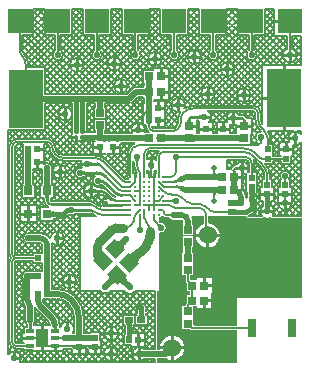
<source format=gtl>
G04 Layer_Physical_Order=1*
G04 Layer_Color=255*
%FSLAX24Y24*%
%MOIN*%
G70*
G01*
G75*
%ADD10C,0.0050*%
%ADD11C,0.0100*%
%ADD12C,0.0300*%
%ADD13C,0.0300*%
%ADD14C,0.0200*%
%ADD15C,0.0050*%
%ADD16C,0.0150*%
%ADD17R,0.0283X0.0283*%
%ADD18R,0.0287X0.0291*%
%ADD19R,0.0256X0.0256*%
%ADD20R,0.0291X0.0591*%
%ADD21R,0.0283X0.0283*%
%ADD22R,0.1181X0.1968*%
%ADD23C,0.0134*%
%ADD24R,0.0787X0.0787*%
%ADD25R,0.0291X0.0287*%
%ADD26R,0.0276X0.0197*%
%ADD27R,0.0394X0.0197*%
G04:AMPARAMS|DCode=28|XSize=47.2mil|YSize=43.3mil|CornerRadius=0mil|HoleSize=0mil|Usage=FLASHONLY|Rotation=135.000|XOffset=0mil|YOffset=0mil|HoleType=Round|Shape=Rectangle|*
%AMROTATEDRECTD28*
4,1,4,0.0320,-0.0014,0.0014,-0.0320,-0.0320,0.0014,-0.0014,0.0320,0.0320,-0.0014,0.0*
%
%ADD28ROTATEDRECTD28*%

%ADD29R,0.0315X0.0315*%
%ADD30R,0.0394X0.0630*%
%ADD31R,0.0276X0.0118*%
%ADD32R,0.0217X0.0217*%
%ADD33R,0.0217X0.0217*%
%ADD34R,0.0205X0.0220*%
%ADD35R,0.0220X0.0205*%
%ADD36C,0.0083*%
%ADD37C,0.0197*%
%ADD38C,0.0600*%
%ADD39C,0.0220*%
G36*
X8827Y5229D02*
X8673D01*
X8673Y5230D01*
X8674Y5232D01*
X8674Y5235D01*
X8675Y5263D01*
X8675Y5296D01*
X8825D01*
X8827Y5229D01*
D02*
G37*
G36*
X5160Y5221D02*
X5163Y5220D01*
X5167Y5219D01*
X5172Y5218D01*
X5177Y5217D01*
X5190Y5216D01*
X5206Y5215D01*
X5215Y5215D01*
Y5165D01*
X5206Y5165D01*
X5172Y5162D01*
X5167Y5161D01*
X5163Y5160D01*
X5160Y5159D01*
X5158Y5158D01*
Y5222D01*
X5160Y5221D01*
D02*
G37*
G36*
X4162Y5158D02*
X4160Y5159D01*
X4157Y5160D01*
X4153Y5161D01*
X4148Y5162D01*
X4143Y5163D01*
X4130Y5164D01*
X4114Y5165D01*
X4105Y5165D01*
Y5215D01*
X4114Y5215D01*
X4148Y5218D01*
X4153Y5219D01*
X4157Y5220D01*
X4160Y5221D01*
X4162Y5222D01*
Y5158D01*
D02*
G37*
G36*
X5264Y5315D02*
X5262Y5317D01*
X5259Y5318D01*
X5255Y5319D01*
X5251Y5320D01*
X5245Y5321D01*
X5232Y5322D01*
X5216Y5322D01*
X5211Y5323D01*
X5206Y5322D01*
X5172Y5320D01*
X5167Y5319D01*
X5163Y5318D01*
X5160Y5317D01*
X5158Y5315D01*
Y5380D01*
X5160Y5378D01*
X5163Y5377D01*
X5167Y5376D01*
X5172Y5375D01*
X5177Y5374D01*
X5190Y5373D01*
X5206Y5373D01*
X5211Y5373D01*
X5216Y5373D01*
X5251Y5375D01*
X5255Y5376D01*
X5259Y5377D01*
X5262Y5378D01*
X5264Y5380D01*
Y5315D01*
D02*
G37*
G36*
X4533Y5477D02*
X4532Y5474D01*
X4531Y5470D01*
X4530Y5466D01*
X4529Y5460D01*
X4528Y5447D01*
X4528Y5431D01*
X4528Y5426D01*
X4528Y5421D01*
X4530Y5387D01*
X4531Y5382D01*
X4532Y5379D01*
X4533Y5376D01*
X4535Y5373D01*
X4477D01*
Y5315D01*
X4475Y5317D01*
X4472Y5318D01*
X4468Y5319D01*
X4463Y5320D01*
X4458Y5321D01*
X4445Y5322D01*
X4429Y5322D01*
X4424Y5323D01*
X4419Y5322D01*
X4384Y5320D01*
X4380Y5319D01*
X4376Y5318D01*
X4373Y5317D01*
X4371Y5315D01*
Y5380D01*
X4373Y5378D01*
X4376Y5377D01*
X4380Y5376D01*
X4384Y5375D01*
X4390Y5374D01*
X4403Y5373D01*
X4419Y5373D01*
X4424Y5373D01*
X4429Y5373D01*
X4463Y5375D01*
X4468Y5376D01*
X4472Y5377D01*
X4472Y5378D01*
X4473Y5379D01*
X4474Y5382D01*
X4475Y5387D01*
X4476Y5392D01*
X4477Y5405D01*
X4477Y5421D01*
X4477Y5426D01*
X4477Y5431D01*
X4475Y5466D01*
X4474Y5470D01*
X4473Y5474D01*
X4472Y5477D01*
X4470Y5479D01*
X4535D01*
X4533Y5477D01*
D02*
G37*
G36*
X5318Y5378D02*
X5321Y5377D01*
X5325Y5376D01*
X5329Y5375D01*
X5335Y5374D01*
X5348Y5373D01*
X5364Y5373D01*
X5373Y5373D01*
Y5323D01*
X5364Y5322D01*
X5329Y5320D01*
X5325Y5319D01*
X5321Y5318D01*
X5318Y5317D01*
X5316Y5315D01*
Y5380D01*
X5318Y5378D01*
D02*
G37*
G36*
X4505Y5149D02*
X4501Y5148D01*
X4498Y5147D01*
X4494Y5145D01*
X4489Y5143D01*
X4484Y5140D01*
X4479Y5136D01*
X4468Y5127D01*
X4456Y5115D01*
X4426Y5156D01*
X4432Y5162D01*
X4460Y5193D01*
X4461Y5195D01*
X4462Y5197D01*
X4505Y5149D01*
D02*
G37*
G36*
X7440Y5080D02*
X7440Y5085D01*
X7438Y5089D01*
X7435Y5093D01*
X7432Y5096D01*
X7427Y5099D01*
X7422Y5101D01*
X7415Y5103D01*
X7407Y5104D01*
X7399Y5105D01*
X7389Y5105D01*
Y5155D01*
X7399Y5155D01*
X7407Y5156D01*
X7415Y5157D01*
X7422Y5159D01*
X7427Y5161D01*
X7432Y5164D01*
X7435Y5167D01*
X7438Y5171D01*
X7440Y5175D01*
X7440Y5180D01*
Y5080D01*
D02*
G37*
G36*
X7643Y5233D02*
X7647Y5227D01*
X7655Y5222D01*
X7665Y5218D01*
X7679Y5214D01*
X7695Y5211D01*
X7715Y5208D01*
X7763Y5206D01*
X7791Y5205D01*
Y5055D01*
X7763Y5055D01*
X7695Y5050D01*
X7679Y5047D01*
X7665Y5043D01*
X7655Y5039D01*
X7647Y5034D01*
X7643Y5028D01*
X7641Y5021D01*
Y5239D01*
X7643Y5233D01*
D02*
G37*
G36*
X4162Y5000D02*
X4160Y5002D01*
X4157Y5003D01*
X4153Y5004D01*
X4148Y5005D01*
X4143Y5006D01*
X4130Y5007D01*
X4114Y5008D01*
X4105Y5008D01*
Y5058D01*
X4114Y5058D01*
X4148Y5060D01*
X4153Y5061D01*
X4157Y5062D01*
X4160Y5064D01*
X4162Y5065D01*
Y5000D01*
D02*
G37*
G36*
X2287Y5259D02*
X2294Y5255D01*
X2301Y5252D01*
X2309Y5249D01*
X2317Y5246D01*
X2326Y5244D01*
X2336Y5242D01*
X2346Y5241D01*
X2368Y5240D01*
X2378Y5140D01*
X2367Y5140D01*
X2356Y5139D01*
X2346Y5137D01*
X2337Y5135D01*
X2328Y5133D01*
X2320Y5129D01*
X2313Y5126D01*
X2306Y5121D01*
X2300Y5116D01*
X2295Y5110D01*
X2281Y5264D01*
X2287Y5259D01*
D02*
G37*
G36*
X4691Y5162D02*
X4690Y5159D01*
X4689Y5155D01*
X4688Y5151D01*
X4687Y5145D01*
X4686Y5132D01*
X4685Y5116D01*
X4685Y5107D01*
X4635D01*
X4635Y5116D01*
X4632Y5151D01*
X4631Y5155D01*
X4630Y5159D01*
X4629Y5162D01*
X4628Y5164D01*
X4692D01*
X4691Y5162D01*
D02*
G37*
G36*
X2131Y5103D02*
X2130Y5103D01*
X2128Y5104D01*
X2125Y5104D01*
X2101Y5105D01*
X2070Y5105D01*
Y5255D01*
X2131Y5257D01*
Y5103D01*
D02*
G37*
G36*
X5629Y5428D02*
X5619Y5438D01*
X5600Y5455D01*
X5590Y5461D01*
X5580Y5467D01*
X5571Y5472D01*
X5562Y5475D01*
X5553Y5478D01*
X5544Y5480D01*
X5535Y5480D01*
Y5530D01*
X5544Y5531D01*
X5553Y5532D01*
X5562Y5535D01*
X5571Y5538D01*
X5580Y5543D01*
X5590Y5549D01*
X5600Y5556D01*
X5609Y5563D01*
X5619Y5572D01*
X5629Y5582D01*
Y5428D01*
D02*
G37*
G36*
X5006Y5792D02*
X5005Y5789D01*
X5004Y5785D01*
X5003Y5781D01*
X5002Y5775D01*
X5001Y5762D01*
X5000Y5746D01*
X5000Y5741D01*
X5000Y5736D01*
X5003Y5702D01*
X5004Y5697D01*
X5005Y5694D01*
X5006Y5691D01*
X5007Y5688D01*
X4943D01*
X4944Y5691D01*
X4945Y5694D01*
X4946Y5697D01*
X4947Y5702D01*
X4948Y5707D01*
X4949Y5720D01*
X4950Y5736D01*
X4950Y5741D01*
X4950Y5746D01*
X4947Y5781D01*
X4946Y5785D01*
X4945Y5789D01*
X4944Y5792D01*
X4943Y5794D01*
X5007D01*
X5006Y5792D01*
D02*
G37*
G36*
X8331Y5854D02*
X8326Y5849D01*
X8321Y5842D01*
X8317Y5831D01*
X8313Y5818D01*
X8310Y5801D01*
X8308Y5782D01*
X8305Y5735D01*
X8307Y5679D01*
X8153D01*
X8153Y5680D01*
X8154Y5682D01*
X8154Y5685D01*
X8155Y5713D01*
X8155Y5719D01*
X8155Y5734D01*
X8150Y5801D01*
X8147Y5818D01*
X8143Y5831D01*
X8139Y5842D01*
X8134Y5849D01*
X8129Y5854D01*
X8123Y5855D01*
X8337D01*
X8331Y5854D01*
D02*
G37*
G36*
X4533Y5635D02*
X4532Y5632D01*
X4531Y5628D01*
X4530Y5623D01*
X4529Y5618D01*
X4528Y5605D01*
X4528Y5589D01*
X4528Y5584D01*
X4528Y5579D01*
X4530Y5544D01*
X4531Y5540D01*
X4532Y5536D01*
X4533Y5533D01*
X4535Y5531D01*
X4470D01*
X4472Y5533D01*
X4473Y5536D01*
X4474Y5540D01*
X4475Y5544D01*
X4476Y5550D01*
X4477Y5563D01*
X4477Y5579D01*
X4477Y5584D01*
X4477Y5589D01*
X4475Y5623D01*
X4474Y5628D01*
X4473Y5632D01*
X4472Y5635D01*
X4470Y5637D01*
X4535D01*
X4533Y5635D01*
D02*
G37*
G36*
Y5949D02*
X4532Y5946D01*
X4531Y5943D01*
X4530Y5938D01*
X4529Y5933D01*
X4528Y5920D01*
X4528Y5904D01*
X4528Y5899D01*
X4528Y5894D01*
X4530Y5859D01*
X4531Y5855D01*
X4532Y5851D01*
X4533Y5848D01*
X4535Y5846D01*
X4477D01*
Y5794D01*
X4535D01*
X4533Y5792D01*
X4532Y5789D01*
X4531Y5785D01*
X4530Y5781D01*
X4529Y5775D01*
X4528Y5762D01*
X4528Y5746D01*
X4528Y5741D01*
X4528Y5736D01*
X4530Y5702D01*
X4531Y5697D01*
X4532Y5694D01*
X4533Y5691D01*
X4535Y5688D01*
X4470D01*
X4472Y5691D01*
X4473Y5694D01*
X4474Y5697D01*
X4475Y5702D01*
X4476Y5707D01*
X4477Y5720D01*
X4477Y5736D01*
X4477Y5741D01*
X4477Y5746D01*
X4475Y5781D01*
X4474Y5785D01*
X4473Y5789D01*
X4472Y5790D01*
X4472Y5790D01*
X4468Y5791D01*
X4463Y5792D01*
X4458Y5793D01*
X4445Y5794D01*
X4429Y5795D01*
X4424Y5795D01*
X4419Y5795D01*
X4384Y5792D01*
X4380Y5791D01*
X4376Y5790D01*
X4373Y5789D01*
X4371Y5788D01*
Y5852D01*
X4373Y5851D01*
X4376Y5850D01*
X4380Y5849D01*
X4384Y5848D01*
X4390Y5847D01*
X4403Y5846D01*
X4419Y5845D01*
X4424Y5845D01*
X4429Y5845D01*
X4463Y5848D01*
X4468Y5849D01*
X4472Y5850D01*
X4472Y5850D01*
X4473Y5851D01*
X4474Y5855D01*
X4475Y5859D01*
X4476Y5865D01*
X4477Y5878D01*
X4477Y5894D01*
X4477Y5899D01*
X4477Y5904D01*
X4475Y5938D01*
X4474Y5943D01*
X4473Y5946D01*
X4472Y5949D01*
X4470Y5952D01*
X4535D01*
X4533Y5949D01*
D02*
G37*
G36*
X7132Y5759D02*
X7130Y5759D01*
X7126Y5759D01*
X7042Y5760D01*
X7037Y5748D01*
X7031Y5730D01*
X7026Y5708D01*
X7022Y5684D01*
X7017Y5631D01*
X7017Y5631D01*
X7019Y5624D01*
X7021Y5617D01*
X7024Y5612D01*
X7027Y5606D01*
X7031Y5602D01*
X7035Y5598D01*
X7040Y5595D01*
X7015D01*
X7015Y5562D01*
X6965D01*
X6965Y5595D01*
X6940D01*
X6945Y5598D01*
X6949Y5602D01*
X6953Y5606D01*
X6956Y5612D01*
X6959Y5617D01*
X6961Y5624D01*
X6962Y5628D01*
X6958Y5684D01*
X6954Y5708D01*
X6949Y5730D01*
X6943Y5748D01*
X6936Y5764D01*
X6928Y5777D01*
X6919Y5788D01*
X6990D01*
Y5960D01*
X7132Y5961D01*
Y5759D01*
D02*
G37*
G36*
X2954Y5902D02*
X2960Y5897D01*
X2967Y5893D01*
X2975Y5890D01*
X2983Y5887D01*
X2992Y5884D01*
X3002Y5882D01*
X3012Y5881D01*
X3023Y5880D01*
X3034Y5880D01*
Y5780D01*
X3023Y5780D01*
X3002Y5778D01*
X2992Y5776D01*
X2983Y5773D01*
X2975Y5770D01*
X2967Y5767D01*
X2960Y5763D01*
X2954Y5758D01*
X2949Y5753D01*
Y5907D01*
X2954Y5902D01*
D02*
G37*
G36*
X1483Y5739D02*
X1479Y5729D01*
X1476Y5716D01*
X1473Y5699D01*
X1469Y5659D01*
X1515D01*
X1505Y5658D01*
X1497Y5655D01*
X1489Y5650D01*
X1483Y5643D01*
X1477Y5634D01*
X1473Y5623D01*
X1469Y5609D01*
X1467Y5594D01*
X1466Y5579D01*
X1465Y5529D01*
X1365D01*
X1365Y5566D01*
X1363Y5591D01*
X1363Y5594D01*
X1360Y5609D01*
X1357Y5623D01*
X1352Y5634D01*
X1347Y5643D01*
X1340Y5650D01*
X1333Y5655D01*
X1324Y5658D01*
X1315Y5659D01*
X1359D01*
X1357Y5699D01*
X1354Y5716D01*
X1351Y5729D01*
X1347Y5739D01*
X1342Y5745D01*
X1487D01*
X1483Y5739D01*
D02*
G37*
G36*
X5006Y5635D02*
X5005Y5632D01*
X5004Y5628D01*
X5003Y5623D01*
X5002Y5618D01*
X5001Y5605D01*
X5000Y5589D01*
X5000Y5584D01*
X5000Y5579D01*
X5003Y5544D01*
X5004Y5540D01*
X5005Y5536D01*
X5005Y5535D01*
X5006Y5535D01*
X5010Y5534D01*
X5014Y5533D01*
X5020Y5532D01*
X5033Y5531D01*
X5049Y5530D01*
X5054Y5530D01*
X5059Y5530D01*
X5093Y5533D01*
X5098Y5534D01*
X5101Y5535D01*
X5104Y5536D01*
X5107Y5537D01*
Y5473D01*
X5104Y5474D01*
X5101Y5475D01*
X5098Y5476D01*
X5093Y5477D01*
X5088Y5478D01*
X5075Y5479D01*
X5059Y5480D01*
X5054Y5480D01*
X5049Y5480D01*
X5014Y5477D01*
X5010Y5476D01*
X5006Y5475D01*
X5005Y5475D01*
X5005Y5474D01*
X5004Y5470D01*
X5003Y5466D01*
X5002Y5460D01*
X5001Y5447D01*
X5000Y5431D01*
X5000Y5426D01*
X5000Y5421D01*
X5003Y5387D01*
X5004Y5382D01*
X5005Y5379D01*
X5005Y5378D01*
X5006Y5377D01*
X5010Y5376D01*
X5014Y5375D01*
X5020Y5374D01*
X5033Y5373D01*
X5049Y5373D01*
X5054Y5373D01*
X5059Y5373D01*
X5093Y5375D01*
X5098Y5376D01*
X5101Y5377D01*
X5104Y5378D01*
X5107Y5380D01*
Y5315D01*
X5104Y5317D01*
X5101Y5318D01*
X5098Y5319D01*
X5093Y5320D01*
X5088Y5321D01*
X5075Y5322D01*
X5059Y5322D01*
X5054Y5323D01*
X5049Y5322D01*
X5014Y5320D01*
X5010Y5319D01*
X5006Y5318D01*
X5005Y5317D01*
X5005Y5317D01*
X5004Y5313D01*
X5003Y5308D01*
X5002Y5303D01*
X5001Y5290D01*
X5000Y5274D01*
X5000Y5269D01*
X5000Y5264D01*
X5003Y5229D01*
X5004Y5225D01*
X5005Y5221D01*
X5006Y5218D01*
X5007Y5216D01*
X4943D01*
X4944Y5218D01*
X4945Y5221D01*
X4946Y5225D01*
X4947Y5229D01*
X4948Y5235D01*
X4949Y5248D01*
X4950Y5264D01*
X4950Y5269D01*
X4950Y5274D01*
X4947Y5308D01*
X4946Y5313D01*
X4945Y5317D01*
X4945Y5317D01*
X4944Y5318D01*
X4940Y5319D01*
X4936Y5320D01*
X4930Y5321D01*
X4917Y5322D01*
X4901Y5322D01*
X4896Y5323D01*
X4891Y5322D01*
X4857Y5320D01*
X4852Y5319D01*
X4848Y5318D01*
X4848Y5317D01*
X4847Y5317D01*
X4846Y5313D01*
X4845Y5308D01*
X4844Y5303D01*
X4843Y5290D01*
X4843Y5274D01*
X4843Y5269D01*
X4843Y5264D01*
X4845Y5229D01*
X4846Y5225D01*
X4847Y5221D01*
X4848Y5218D01*
X4850Y5216D01*
X4785D01*
X4787Y5218D01*
X4788Y5221D01*
X4789Y5225D01*
X4790Y5229D01*
X4791Y5235D01*
X4792Y5248D01*
X4792Y5264D01*
X4792Y5269D01*
X4792Y5274D01*
X4790Y5308D01*
X4789Y5313D01*
X4788Y5317D01*
X4787Y5317D01*
X4786Y5318D01*
X4783Y5319D01*
X4778Y5320D01*
X4773Y5321D01*
X4760Y5322D01*
X4744Y5322D01*
X4739Y5323D01*
X4734Y5322D01*
X4699Y5320D01*
X4695Y5319D01*
X4691Y5318D01*
X4688Y5317D01*
X4686Y5315D01*
Y5380D01*
X4688Y5378D01*
X4691Y5377D01*
X4695Y5376D01*
X4699Y5375D01*
X4705Y5374D01*
X4718Y5373D01*
X4734Y5373D01*
X4739Y5373D01*
X4744Y5373D01*
X4778Y5375D01*
X4783Y5376D01*
X4786Y5377D01*
X4789Y5378D01*
X4792Y5380D01*
Y5322D01*
X4843D01*
Y5380D01*
X4845Y5378D01*
X4848Y5377D01*
X4852Y5376D01*
X4857Y5375D01*
X4862Y5374D01*
X4875Y5373D01*
X4891Y5373D01*
X4896Y5373D01*
X4901Y5373D01*
X4936Y5375D01*
X4940Y5376D01*
X4944Y5377D01*
X4945Y5378D01*
X4945Y5379D01*
X4946Y5382D01*
X4947Y5387D01*
X4948Y5392D01*
X4949Y5405D01*
X4950Y5421D01*
X4950Y5426D01*
X4950Y5431D01*
X4947Y5466D01*
X4946Y5470D01*
X4945Y5474D01*
X4944Y5477D01*
X4943Y5479D01*
X5001D01*
Y5531D01*
X4943D01*
X4944Y5533D01*
X4945Y5536D01*
X4946Y5540D01*
X4947Y5544D01*
X4948Y5550D01*
X4949Y5563D01*
X4950Y5579D01*
X4950Y5584D01*
X4950Y5589D01*
X4947Y5623D01*
X4946Y5628D01*
X4945Y5632D01*
X4944Y5635D01*
X4943Y5637D01*
X5007D01*
X5006Y5635D01*
D02*
G37*
G36*
X4162Y5473D02*
X4160Y5474D01*
X4157Y5475D01*
X4153Y5476D01*
X4148Y5477D01*
X4143Y5478D01*
X4130Y5479D01*
X4114Y5480D01*
X4105Y5480D01*
Y5530D01*
X4114Y5530D01*
X4148Y5533D01*
X4153Y5534D01*
X4157Y5535D01*
X4160Y5536D01*
X4162Y5537D01*
Y5473D01*
D02*
G37*
G36*
X8307Y5520D02*
X8306Y5518D01*
X8306Y5515D01*
X8305Y5487D01*
X8305Y5454D01*
X8155D01*
X8153Y5521D01*
X8307D01*
X8307Y5520D01*
D02*
G37*
G36*
X9385Y5631D02*
X9381Y5629D01*
X9377Y5627D01*
X9374Y5623D01*
X9371Y5619D01*
X9369Y5613D01*
X9367Y5607D01*
X9366Y5599D01*
X9365Y5591D01*
X9365Y5590D01*
X9366Y5584D01*
X9367Y5575D01*
X9370Y5566D01*
X9373Y5557D01*
X9378Y5548D01*
X9384Y5538D01*
X9390Y5528D01*
X9398Y5519D01*
X9407Y5509D01*
X9417Y5499D01*
X9263D01*
X9273Y5509D01*
X9290Y5528D01*
X9296Y5538D01*
X9302Y5548D01*
X9307Y5557D01*
X9310Y5566D01*
X9313Y5575D01*
X9314Y5584D01*
X9315Y5590D01*
X9315Y5591D01*
X9314Y5599D01*
X9313Y5607D01*
X9311Y5613D01*
X9309Y5619D01*
X9306Y5623D01*
X9303Y5627D01*
X9299Y5629D01*
X9295Y5631D01*
X9290Y5631D01*
X9390D01*
X9385Y5631D01*
D02*
G37*
G36*
X8846Y5630D02*
X8842Y5625D01*
X8838Y5618D01*
X8834Y5607D01*
X8832Y5594D01*
X8829Y5577D01*
X8826Y5535D01*
X8825Y5481D01*
X8675D01*
X8675Y5510D01*
X8668Y5594D01*
X8666Y5607D01*
X8662Y5618D01*
X8658Y5625D01*
X8654Y5630D01*
X8649Y5631D01*
X8851D01*
X8846Y5630D01*
D02*
G37*
G36*
X5318Y5536D02*
X5321Y5535D01*
X5325Y5534D01*
X5329Y5533D01*
X5335Y5532D01*
X5348Y5531D01*
X5364Y5530D01*
X5373Y5530D01*
Y5480D01*
X5364Y5480D01*
X5329Y5477D01*
X5325Y5476D01*
X5321Y5475D01*
X5318Y5474D01*
X5316Y5473D01*
Y5537D01*
X5318Y5536D01*
D02*
G37*
G36*
X8065Y4975D02*
X8080Y4953D01*
X8101Y4939D01*
X8127Y4934D01*
X8569D01*
X8594Y4939D01*
X8616Y4953D01*
X8668Y4952D01*
X8750Y4936D01*
X8832Y4952D01*
X8884Y4953D01*
X8906Y4939D01*
X8931Y4934D01*
X9885D01*
X9908Y4915D01*
Y2250D01*
X7750D01*
Y1314D01*
X6335D01*
X6286Y1364D01*
Y1579D01*
X6286Y1591D01*
Y1629D01*
X6286Y1641D01*
Y1988D01*
X6408D01*
Y1928D01*
X6600D01*
Y2170D01*
X6650D01*
Y2220D01*
X6892D01*
Y2412D01*
X6904Y2424D01*
X6904D01*
Y2620D01*
X6660D01*
Y2670D01*
X6610D01*
Y2916D01*
X6416D01*
Y2856D01*
X6163D01*
Y3019D01*
X6278D01*
Y3363D01*
X6278Y3413D01*
X6278Y3433D01*
Y3776D01*
X6239D01*
Y3975D01*
X6268D01*
Y4311D01*
X5932D01*
Y3975D01*
X5954D01*
Y3776D01*
X5915D01*
Y3433D01*
X5915Y3383D01*
X5915Y3363D01*
Y3019D01*
X6030D01*
Y2828D01*
X6035Y2803D01*
X6050Y2781D01*
X6071Y2760D01*
Y2484D01*
X6190D01*
Y2352D01*
X6075D01*
Y2082D01*
X6053Y2061D01*
X6039Y2039D01*
X6034Y2014D01*
Y1996D01*
X5914D01*
Y1641D01*
X5914Y1629D01*
Y1591D01*
X5914Y1579D01*
Y1224D01*
X6190D01*
X6212Y1201D01*
X6234Y1187D01*
X6259Y1182D01*
X7750D01*
Y92D01*
X5085D01*
X5066Y115D01*
Y225D01*
X5085Y247D01*
X5370D01*
X5370Y247D01*
X5381Y249D01*
X5476Y210D01*
X5530Y203D01*
Y550D01*
X5163D01*
X5147Y533D01*
X5085D01*
X5066Y555D01*
Y2500D01*
X5150D01*
Y4418D01*
X5200Y4459D01*
X5210Y4457D01*
X5269Y4469D01*
X5318Y4502D01*
X5351Y4551D01*
X5363Y4610D01*
X5351Y4669D01*
X5318Y4718D01*
X5269Y4751D01*
X5210Y4763D01*
X5209Y4763D01*
X5196Y4763D01*
X5185Y4764D01*
X5175Y4765D01*
X5166Y4767D01*
X5159Y4769D01*
X5152Y4771D01*
X5150Y4772D01*
Y4953D01*
X5164Y4956D01*
X5191Y4974D01*
X5208Y5000D01*
X5283D01*
X5290Y4990D01*
X5331Y4962D01*
X5380Y4953D01*
Y4954D01*
X5476D01*
X5499Y4919D01*
X5545Y4888D01*
X5600Y4877D01*
X5920D01*
X5921Y4877D01*
X5947Y4867D01*
X5957Y4841D01*
X5957Y4840D01*
Y4705D01*
X5932D01*
Y4369D01*
X6268D01*
Y4705D01*
X6243D01*
Y4840D01*
X6243D01*
X6232Y4924D01*
X6217Y4958D01*
X6245Y5000D01*
X6654D01*
Y4735D01*
X6568Y4699D01*
X6485Y4635D01*
X6421Y4552D01*
X6380Y4454D01*
X6373Y4400D01*
X7167D01*
X7160Y4454D01*
X7119Y4552D01*
X7055Y4635D01*
X6972Y4699D01*
X6874Y4740D01*
X6786Y4751D01*
Y5000D01*
X7398D01*
Y4980D01*
X7630D01*
X7631Y4979D01*
X7636Y4980D01*
X7641Y4978D01*
X7682Y4980D01*
X7724Y5000D01*
X8060D01*
X8065Y4975D01*
D02*
G37*
G36*
X4637Y1834D02*
X4636Y1832D01*
X4636Y1828D01*
X4635Y1801D01*
X4635Y1783D01*
X4636Y1759D01*
X4641Y1711D01*
X4645Y1691D01*
X4650Y1675D01*
X4657Y1661D01*
X4665Y1651D01*
X4674Y1643D01*
X4685Y1639D01*
X4697Y1637D01*
X4423D01*
X4435Y1639D01*
X4446Y1643D01*
X4455Y1651D01*
X4463Y1661D01*
X4470Y1675D01*
X4475Y1691D01*
X4479Y1711D01*
X4483Y1733D01*
X4484Y1759D01*
X4485Y1776D01*
X4483Y1835D01*
X4637D01*
X4637Y1834D01*
D02*
G37*
G36*
X4268Y1441D02*
X4258Y1437D01*
X4249Y1429D01*
X4241Y1419D01*
X4234Y1405D01*
X4228Y1389D01*
X4224Y1369D01*
X4221Y1347D01*
X4219Y1321D01*
X4218Y1293D01*
X4068D01*
X4068Y1321D01*
X4063Y1369D01*
X4059Y1389D01*
X4053Y1405D01*
X4046Y1419D01*
X4038Y1429D01*
X4029Y1437D01*
X4019Y1441D01*
X4007Y1443D01*
X4280D01*
X4268Y1441D01*
D02*
G37*
G36*
X2899Y831D02*
X2781Y830D01*
Y830D01*
X2740Y830D01*
X2699Y830D01*
Y830D01*
X2581Y831D01*
Y1049D01*
X2583Y1045D01*
X2589Y1042D01*
X2599Y1039D01*
X2613Y1036D01*
X2631Y1034D01*
X2679Y1031D01*
X2744Y1030D01*
X2881Y1039D01*
X2891Y1042D01*
X2897Y1045D01*
X2899Y1049D01*
Y831D01*
D02*
G37*
G36*
X1524Y2891D02*
X1523Y2885D01*
X1522Y2875D01*
X1520Y2731D01*
X1520Y2697D01*
X1525Y2497D01*
X1310D01*
X1312Y2499D01*
X1314Y2505D01*
X1315Y2515D01*
X1317Y2529D01*
X1320Y2625D01*
X1320Y2693D01*
X1310Y2893D01*
X1525D01*
X1524Y2891D01*
D02*
G37*
G36*
X1527Y2496D02*
X1533Y2495D01*
X1543Y2493D01*
X1575Y2492D01*
X1725Y2490D01*
Y2290D01*
X1525Y2283D01*
Y2497D01*
X1527Y2496D01*
D02*
G37*
G36*
X1208Y2282D02*
X1206Y2279D01*
X1205Y2274D01*
X1203Y2266D01*
X1202Y2257D01*
X1200Y2217D01*
X1200Y2180D01*
X1000D01*
X995Y2283D01*
X1210D01*
X1208Y2282D01*
D02*
G37*
G36*
X4219Y1089D02*
X4224Y1021D01*
X4226Y1005D01*
X4230Y991D01*
X4234Y981D01*
X4239Y973D01*
X4244Y969D01*
X4251Y967D01*
X4036D01*
X4042Y969D01*
X4048Y973D01*
X4053Y981D01*
X4057Y991D01*
X4060Y1005D01*
X4063Y1021D01*
X4066Y1041D01*
X4068Y1089D01*
X4068Y1117D01*
X4218D01*
X4219Y1089D01*
D02*
G37*
G36*
X1538Y614D02*
X1537Y619D01*
X1536Y623D01*
X1533Y627D01*
X1530Y630D01*
X1525Y633D01*
X1520Y635D01*
X1513Y637D01*
X1505Y638D01*
X1497Y639D01*
X1496Y639D01*
X1496Y639D01*
X1488Y638D01*
X1480Y637D01*
X1474Y635D01*
X1468Y633D01*
X1464Y630D01*
X1460Y627D01*
X1458Y623D01*
X1456Y619D01*
X1456Y614D01*
Y714D01*
X1456Y709D01*
X1458Y705D01*
X1460Y701D01*
X1464Y698D01*
X1468Y695D01*
X1474Y693D01*
X1480Y691D01*
X1488Y690D01*
X1496Y689D01*
X1496Y689D01*
X1497Y689D01*
X1505Y690D01*
X1513Y691D01*
X1520Y693D01*
X1525Y695D01*
X1530Y698D01*
X1533Y701D01*
X1536Y705D01*
X1537Y709D01*
X1538Y714D01*
Y614D01*
D02*
G37*
G36*
X1810Y709D02*
X1812Y705D01*
X1814Y701D01*
X1818Y698D01*
X1822Y695D01*
X1828Y693D01*
X1834Y691D01*
X1842Y690D01*
X1850Y689D01*
X1860Y689D01*
Y639D01*
X1850Y639D01*
X1842Y638D01*
X1834Y637D01*
X1828Y635D01*
X1822Y633D01*
X1818Y630D01*
X1814Y627D01*
X1812Y623D01*
X1810Y619D01*
X1810Y614D01*
Y714D01*
X1810Y709D01*
D02*
G37*
G36*
X711Y614D02*
X711Y619D01*
X709Y623D01*
X707Y627D01*
X703Y630D01*
X698Y633D01*
X693Y635D01*
X686Y637D01*
X678Y638D01*
X670Y639D01*
X660Y639D01*
Y689D01*
X670Y689D01*
X678Y690D01*
X686Y691D01*
X693Y693D01*
X698Y695D01*
X703Y698D01*
X707Y701D01*
X709Y705D01*
X711Y709D01*
X711Y714D01*
Y614D01*
D02*
G37*
G36*
X1066Y870D02*
X1065Y875D01*
X1063Y879D01*
X1061Y883D01*
X1057Y886D01*
X1053Y889D01*
X1047Y891D01*
X1040Y893D01*
X1033Y894D01*
X1024Y895D01*
X1024Y895D01*
X1024Y895D01*
X1015Y894D01*
X1008Y893D01*
X1001Y891D01*
X996Y889D01*
X991Y886D01*
X988Y883D01*
X985Y879D01*
X984Y875D01*
X983Y870D01*
Y970D01*
X984Y965D01*
X985Y961D01*
X988Y957D01*
X991Y954D01*
X996Y951D01*
X1001Y949D01*
X1008Y947D01*
X1015Y946D01*
X1024Y945D01*
X1024Y945D01*
X1024Y945D01*
X1033Y946D01*
X1040Y947D01*
X1047Y949D01*
X1053Y951D01*
X1057Y954D01*
X1061Y957D01*
X1063Y961D01*
X1065Y965D01*
X1066Y970D01*
Y870D01*
D02*
G37*
G36*
X1810Y965D02*
X1812Y961D01*
X1814Y957D01*
X1818Y954D01*
X1822Y951D01*
X1828Y949D01*
X1834Y947D01*
X1842Y946D01*
X1850Y945D01*
X1860Y945D01*
Y895D01*
X1850Y895D01*
X1842Y894D01*
X1834Y893D01*
X1828Y891D01*
X1822Y889D01*
X1818Y886D01*
X1814Y883D01*
X1812Y879D01*
X1810Y875D01*
X1810Y870D01*
Y970D01*
X1810Y965D01*
D02*
G37*
G36*
X2581Y1049D02*
X2379D01*
Y831D01*
X2179Y830D01*
Y1030D01*
X2217Y1030D01*
X2361Y1039D01*
X2371Y1042D01*
X2377Y1045D01*
X2379Y1049D01*
X2379Y1051D01*
X2379Y1057D01*
X2380Y1249D01*
X2580D01*
X2581Y1049D01*
D02*
G37*
G36*
X4048Y2998D02*
X4041Y2982D01*
X4037Y2964D01*
X4038Y2945D01*
X4043Y2924D01*
X4052Y2902D01*
X4066Y2879D01*
X4083Y2854D01*
X4106Y2828D01*
X4132Y2800D01*
X3990Y2659D01*
X3963Y2685D01*
X3936Y2707D01*
X3911Y2725D01*
X3888Y2738D01*
X3866Y2748D01*
X3845Y2753D01*
X3826Y2754D01*
X3809Y2750D01*
X3792Y2742D01*
X3777Y2730D01*
X4060Y3013D01*
X4048Y2998D01*
D02*
G37*
G36*
X5112Y4744D02*
X5119Y4739D01*
X5128Y4734D01*
X5137Y4730D01*
X5147Y4727D01*
X5157Y4724D01*
X5169Y4722D01*
X5181Y4721D01*
X5195Y4720D01*
X5209Y4720D01*
X5100Y4611D01*
X5100Y4625D01*
X5098Y4651D01*
X5096Y4663D01*
X5093Y4673D01*
X5090Y4683D01*
X5086Y4692D01*
X5081Y4701D01*
X5076Y4708D01*
X5070Y4715D01*
X5105Y4750D01*
X5112Y4744D01*
D02*
G37*
G36*
X4528Y4687D02*
X4530Y4678D01*
X4532Y4669D01*
X4536Y4660D01*
X4541Y4650D01*
X4546Y4641D01*
X4553Y4631D01*
X4561Y4621D01*
X4570Y4611D01*
X4580Y4601D01*
X4426D01*
X4435Y4611D01*
X4452Y4631D01*
X4459Y4641D01*
X4465Y4650D01*
X4469Y4660D01*
X4473Y4669D01*
X4475Y4678D01*
X4477Y4687D01*
X4478Y4696D01*
X4528D01*
X4528Y4687D01*
D02*
G37*
G36*
X6746Y4564D02*
X6747Y4555D01*
X6750Y4546D01*
X6753Y4537D01*
X6758Y4528D01*
X6764Y4518D01*
X6770Y4508D01*
X6778Y4499D01*
X6787Y4489D01*
X6797Y4479D01*
X6643D01*
X6653Y4489D01*
X6670Y4508D01*
X6676Y4518D01*
X6682Y4528D01*
X6687Y4537D01*
X6690Y4546D01*
X6693Y4555D01*
X6694Y4564D01*
X6695Y4573D01*
X6745D01*
X6746Y4564D01*
D02*
G37*
G36*
X5006Y5005D02*
X5005Y5002D01*
X5004Y4998D01*
X5003Y4993D01*
X5002Y4988D01*
X5001Y4975D01*
X5000Y4959D01*
X5000Y4950D01*
X4950D01*
X4950Y4959D01*
X4947Y4993D01*
X4946Y4998D01*
X4945Y5002D01*
X4944Y5005D01*
X4943Y5007D01*
X5007D01*
X5006Y5005D01*
D02*
G37*
G36*
X4533D02*
X4532Y5002D01*
X4531Y4998D01*
X4530Y4993D01*
X4529Y4988D01*
X4528Y4975D01*
X4528Y4959D01*
X4528Y4950D01*
X4478D01*
X4477Y4959D01*
X4475Y4993D01*
X4474Y4998D01*
X4473Y5002D01*
X4472Y5005D01*
X4470Y5007D01*
X4535D01*
X4533Y5005D01*
D02*
G37*
G36*
X1572Y5202D02*
X1576Y5189D01*
X1584Y5178D01*
X1594Y5168D01*
X1608Y5160D01*
X1624Y5153D01*
X1644Y5148D01*
X1667Y5144D01*
X1693Y5142D01*
X1721Y5141D01*
Y4991D01*
X1693Y4990D01*
X1667Y4988D01*
X1644Y4984D01*
X1624Y4979D01*
X1608Y4972D01*
X1594Y4964D01*
X1584Y4954D01*
X1576Y4943D01*
X1572Y4930D01*
X1570Y4916D01*
Y5216D01*
X1572Y5202D01*
D02*
G37*
G36*
X4059Y4098D02*
X4033Y4070D01*
X4011Y4044D01*
X3994Y4020D01*
X3980Y3996D01*
X3971Y3974D01*
X3966Y3954D01*
X3965Y3935D01*
X3969Y3917D01*
X3976Y3901D01*
X3988Y3886D01*
X3706Y4169D01*
X3721Y4157D01*
X3737Y4149D01*
X3755Y4145D01*
X3774Y4146D01*
X3794Y4151D01*
X3816Y4160D01*
X3839Y4174D01*
X3864Y4191D01*
X3890Y4213D01*
X3918Y4239D01*
X4059Y4098D01*
D02*
G37*
G36*
X1526Y3481D02*
X1525Y3475D01*
X1523Y3465D01*
X1522Y3433D01*
X1520Y3299D01*
X1525Y3107D01*
X1310D01*
X1312Y3109D01*
X1314Y3115D01*
X1315Y3125D01*
X1317Y3139D01*
X1320Y3235D01*
X1320Y3286D01*
X1313Y3483D01*
X1527D01*
X1526Y3481D01*
D02*
G37*
G36*
X995Y2893D02*
X993Y2894D01*
X987Y2895D01*
X977Y2897D01*
X945Y2898D01*
X795Y2900D01*
Y3100D01*
X995Y3107D01*
Y2893D01*
D02*
G37*
G36*
X3744Y2744D02*
X3729Y2756D01*
X3712Y2764D01*
X3695Y2767D01*
X3675Y2767D01*
X3655Y2762D01*
X3633Y2752D01*
X3609Y2739D01*
X3585Y2721D01*
X3558Y2699D01*
X3531Y2673D01*
X3389Y2814D01*
X3415Y2842D01*
X3438Y2868D01*
X3455Y2893D01*
X3469Y2916D01*
X3478Y2938D01*
X3483Y2959D01*
X3484Y2978D01*
X3480Y2996D01*
X3473Y3012D01*
X3461Y3027D01*
X3744Y2744D01*
D02*
G37*
G36*
X4605Y3693D02*
X4566Y3652D01*
X4503Y3579D01*
X4481Y3547D01*
X4463Y3517D01*
X4452Y3491D01*
X4446Y3467D01*
X4446Y3446D01*
X4451Y3428D01*
X4462Y3413D01*
X4129Y3745D01*
X4141Y3737D01*
X4156Y3735D01*
X4175Y3738D01*
X4196Y3746D01*
X4221Y3759D01*
X4249Y3778D01*
X4280Y3802D01*
X4353Y3866D01*
X4393Y3905D01*
X4605Y3693D01*
D02*
G37*
G36*
X1527Y3697D02*
X1313D01*
X1314Y3699D01*
X1315Y3705D01*
X1317Y3715D01*
X1318Y3747D01*
X1320Y3897D01*
X1520D01*
X1527Y3697D01*
D02*
G37*
G36*
X999Y3540D02*
X999Y3545D01*
X997Y3549D01*
X995Y3553D01*
X991Y3556D01*
X986Y3559D01*
X981Y3561D01*
X974Y3563D01*
X966Y3564D01*
X958Y3565D01*
X948Y3565D01*
Y3615D01*
X958Y3615D01*
X966Y3616D01*
X974Y3617D01*
X981Y3619D01*
X986Y3621D01*
X991Y3624D01*
X995Y3627D01*
X997Y3631D01*
X999Y3635D01*
X999Y3640D01*
Y3540D01*
D02*
G37*
G36*
X5006Y5949D02*
X5005Y5946D01*
X5004Y5943D01*
X5003Y5938D01*
X5002Y5933D01*
X5001Y5920D01*
X5000Y5904D01*
X5000Y5899D01*
X5000Y5894D01*
X5003Y5859D01*
X5004Y5855D01*
X5005Y5851D01*
X5006Y5848D01*
X5007Y5846D01*
X4943D01*
X4944Y5848D01*
X4945Y5851D01*
X4946Y5855D01*
X4947Y5859D01*
X4948Y5865D01*
X4949Y5878D01*
X4950Y5894D01*
X4950Y5899D01*
X4950Y5904D01*
X4947Y5938D01*
X4946Y5943D01*
X4945Y5946D01*
X4944Y5949D01*
X4943Y5952D01*
X5007D01*
X5006Y5949D01*
D02*
G37*
G36*
X7704Y8322D02*
X7710Y8317D01*
X7717Y8313D01*
X7725Y8310D01*
X7733Y8307D01*
X7742Y8304D01*
X7752Y8302D01*
X7762Y8301D01*
X7773Y8300D01*
X7784Y8300D01*
Y8200D01*
X7773Y8200D01*
X7752Y8198D01*
X7742Y8196D01*
X7733Y8193D01*
X7725Y8190D01*
X7717Y8187D01*
X7710Y8183D01*
X7704Y8178D01*
X7699Y8173D01*
Y8327D01*
X7704Y8322D01*
D02*
G37*
G36*
X8041Y8161D02*
X8042Y8154D01*
X8044Y8147D01*
X8048Y8141D01*
X8052Y8136D01*
X8058Y8132D01*
X8065Y8128D01*
X8072Y8126D01*
X8080Y8125D01*
X8090Y8124D01*
X7890D01*
X7900Y8125D01*
X7908Y8126D01*
X7915Y8128D01*
X7922Y8132D01*
X7928Y8136D01*
X7932Y8141D01*
X7936Y8147D01*
X7938Y8154D01*
X7940Y8161D01*
X7940Y8170D01*
X8040D01*
X8041Y8161D01*
D02*
G37*
G36*
X6191Y8169D02*
X6192Y8160D01*
X6194Y8152D01*
X6198Y8144D01*
X6202Y8138D01*
X6208Y8133D01*
X6215Y8129D01*
X6222Y8126D01*
X6230Y8125D01*
X6240Y8124D01*
X6040D01*
X6050Y8125D01*
X6058Y8126D01*
X6065Y8129D01*
X6072Y8133D01*
X6077Y8138D01*
X6082Y8144D01*
X6086Y8152D01*
X6088Y8160D01*
X6090Y8169D01*
X6090Y8180D01*
X6190D01*
X6191Y8169D01*
D02*
G37*
G36*
X6565Y8220D02*
X6560Y8226D01*
X6554Y8231D01*
X6547Y8236D01*
X6540Y8239D01*
X6532Y8243D01*
X6523Y8245D01*
X6514Y8247D01*
X6504Y8249D01*
X6493Y8250D01*
X6482Y8250D01*
X6492Y8350D01*
X6503Y8350D01*
X6524Y8352D01*
X6534Y8354D01*
X6543Y8356D01*
X6551Y8359D01*
X6559Y8362D01*
X6566Y8365D01*
X6573Y8369D01*
X6579Y8374D01*
X6565Y8220D01*
D02*
G37*
G36*
X1796Y10514D02*
X1797Y10505D01*
X1800Y10496D01*
X1803Y10487D01*
X1808Y10478D01*
X1814Y10468D01*
X1820Y10458D01*
X1828Y10449D01*
X1837Y10439D01*
X1847Y10429D01*
X1693D01*
X1703Y10439D01*
X1720Y10458D01*
X1726Y10468D01*
X1732Y10478D01*
X1737Y10487D01*
X1740Y10496D01*
X1743Y10505D01*
X1744Y10514D01*
X1745Y10523D01*
X1795D01*
X1796Y10514D01*
D02*
G37*
G36*
X725Y9933D02*
X726Y9925D01*
X727Y9917D01*
X729Y9910D01*
X731Y9905D01*
X734Y9900D01*
X737Y9896D01*
X741Y9894D01*
X745Y9892D01*
X750Y9892D01*
X650D01*
X655Y9892D01*
X659Y9894D01*
X663Y9896D01*
X666Y9900D01*
X669Y9905D01*
X671Y9910D01*
X673Y9917D01*
X674Y9925D01*
X675Y9933D01*
X675Y9943D01*
X725D01*
X725Y9933D01*
D02*
G37*
G36*
X4907Y8497D02*
X4906Y8491D01*
X4904Y8481D01*
X4902Y8449D01*
X4902Y8436D01*
X4909Y8281D01*
X4691D01*
X4693Y8283D01*
X4694Y8289D01*
X4696Y8299D01*
X4698Y8331D01*
X4698Y8344D01*
X4691Y8499D01*
X4909D01*
X4907Y8497D01*
D02*
G37*
G36*
X6283Y7723D02*
X6289Y7716D01*
X6299Y7710D01*
X6313Y7705D01*
X6331Y7700D01*
X6353Y7696D01*
X6379Y7694D01*
X6436Y7691D01*
X6619Y7699D01*
Y7481D01*
X6617Y7483D01*
X6611Y7484D01*
X6601Y7486D01*
X6569Y7488D01*
X6444Y7490D01*
X6443Y7490D01*
X6353Y7484D01*
X6331Y7480D01*
X6313Y7475D01*
X6299Y7470D01*
X6289Y7464D01*
X6283Y7457D01*
X6281Y7449D01*
Y7731D01*
X6283Y7723D01*
D02*
G37*
G36*
X4733Y7483D02*
X4731Y7482D01*
X4725Y7482D01*
X4683Y7481D01*
X4533Y7480D01*
Y7680D01*
X4571Y7680D01*
X4725Y7691D01*
X4731Y7694D01*
X4733Y7697D01*
Y7483D01*
D02*
G37*
G36*
X3713Y7687D02*
X3719Y7686D01*
X3729Y7684D01*
X3761Y7682D01*
X3911Y7680D01*
Y7480D01*
X3711Y7471D01*
Y7689D01*
X3713Y7687D01*
D02*
G37*
G36*
X7393Y7697D02*
X7399Y7696D01*
X7409Y7694D01*
X7441Y7692D01*
X7591Y7690D01*
Y7490D01*
X7391Y7481D01*
Y7699D01*
X7393Y7697D01*
D02*
G37*
G36*
X4869Y8105D02*
X4852Y8077D01*
X4845Y8063D01*
X4839Y8049D01*
X4834Y8035D01*
X4830Y8021D01*
X4827Y8007D01*
X4826Y7994D01*
X4825Y7980D01*
X4775D01*
X4774Y7994D01*
X4773Y8007D01*
X4770Y8021D01*
X4766Y8035D01*
X4761Y8049D01*
X4755Y8063D01*
X4748Y8077D01*
X4740Y8091D01*
X4731Y8105D01*
X4721Y8119D01*
X4879D01*
X4869Y8105D01*
D02*
G37*
G36*
X7189Y7481D02*
X7187Y7483D01*
X7181Y7484D01*
X7171Y7486D01*
X7139Y7488D01*
X7013Y7490D01*
X6821Y7481D01*
Y7699D01*
X6823Y7697D01*
X6829Y7696D01*
X6839Y7694D01*
X6871Y7692D01*
X6997Y7690D01*
X7189Y7699D01*
Y7481D01*
D02*
G37*
G36*
X3509Y7471D02*
X3507Y7473D01*
X3501Y7474D01*
X3491Y7476D01*
X3459Y7478D01*
X3438Y7478D01*
X3281Y7471D01*
Y7689D01*
X3283Y7687D01*
X3289Y7686D01*
X3299Y7684D01*
X3331Y7682D01*
X3352Y7682D01*
X3509Y7689D01*
Y7471D01*
D02*
G37*
G36*
X4405Y11108D02*
X4401Y11107D01*
X4397Y11104D01*
X4394Y11101D01*
X4391Y11096D01*
X4389Y11090D01*
X4387Y11084D01*
X4386Y11076D01*
X4385Y11067D01*
X4385Y11057D01*
X4335D01*
X4335Y11067D01*
X4334Y11076D01*
X4333Y11084D01*
X4331Y11090D01*
X4329Y11096D01*
X4326Y11101D01*
X4323Y11104D01*
X4319Y11107D01*
X4315Y11108D01*
X4310Y11109D01*
X4410D01*
X4405Y11108D01*
D02*
G37*
G36*
X3115D02*
X3111Y11107D01*
X3107Y11104D01*
X3104Y11101D01*
X3101Y11096D01*
X3099Y11090D01*
X3097Y11084D01*
X3096Y11076D01*
X3095Y11067D01*
X3095Y11057D01*
X3045D01*
X3045Y11067D01*
X3044Y11076D01*
X3043Y11084D01*
X3041Y11090D01*
X3039Y11096D01*
X3036Y11101D01*
X3033Y11104D01*
X3029Y11107D01*
X3025Y11108D01*
X3020Y11109D01*
X3120D01*
X3115Y11108D01*
D02*
G37*
G36*
X1815D02*
X1811Y11107D01*
X1807Y11104D01*
X1804Y11101D01*
X1801Y11096D01*
X1799Y11090D01*
X1797Y11084D01*
X1796Y11076D01*
X1795Y11067D01*
X1795Y11057D01*
X1745D01*
X1745Y11067D01*
X1744Y11076D01*
X1743Y11084D01*
X1741Y11090D01*
X1739Y11096D01*
X1736Y11101D01*
X1733Y11104D01*
X1729Y11107D01*
X1725Y11108D01*
X1720Y11109D01*
X1820D01*
X1815Y11108D01*
D02*
G37*
G36*
X5695D02*
X5691Y11107D01*
X5687Y11104D01*
X5684Y11101D01*
X5681Y11096D01*
X5679Y11090D01*
X5677Y11084D01*
X5676Y11076D01*
X5675Y11067D01*
X5675Y11057D01*
X5625D01*
X5625Y11067D01*
X5624Y11076D01*
X5623Y11084D01*
X5621Y11090D01*
X5619Y11096D01*
X5616Y11101D01*
X5613Y11104D01*
X5609Y11107D01*
X5605Y11108D01*
X5600Y11109D01*
X5700D01*
X5695Y11108D01*
D02*
G37*
G36*
X9545D02*
X9541Y11107D01*
X9537Y11104D01*
X9534Y11101D01*
X9531Y11096D01*
X9529Y11090D01*
X9527Y11084D01*
X9526Y11076D01*
X9525Y11067D01*
X9525Y11057D01*
X9475D01*
X9475Y11067D01*
X9474Y11076D01*
X9473Y11084D01*
X9471Y11090D01*
X9469Y11096D01*
X9466Y11101D01*
X9463Y11104D01*
X9459Y11107D01*
X9455Y11108D01*
X9450Y11109D01*
X9550D01*
X9545Y11108D01*
D02*
G37*
G36*
X8275D02*
X8271Y11107D01*
X8267Y11104D01*
X8264Y11101D01*
X8261Y11096D01*
X8259Y11090D01*
X8257Y11084D01*
X8256Y11076D01*
X8255Y11067D01*
X8255Y11057D01*
X8205D01*
X8205Y11067D01*
X8204Y11076D01*
X8203Y11084D01*
X8201Y11090D01*
X8199Y11096D01*
X8196Y11101D01*
X8193Y11104D01*
X8189Y11107D01*
X8185Y11108D01*
X8180Y11109D01*
X8280D01*
X8275Y11108D01*
D02*
G37*
G36*
X6995D02*
X6991Y11107D01*
X6987Y11104D01*
X6984Y11101D01*
X6981Y11096D01*
X6979Y11090D01*
X6977Y11084D01*
X6976Y11076D01*
X6975Y11067D01*
X6975Y11057D01*
X6925D01*
X6925Y11067D01*
X6924Y11076D01*
X6923Y11084D01*
X6921Y11090D01*
X6919Y11096D01*
X6916Y11101D01*
X6913Y11104D01*
X6909Y11107D01*
X6905Y11108D01*
X6900Y11109D01*
X7000D01*
X6995Y11108D01*
D02*
G37*
G36*
X5676Y10514D02*
X5677Y10505D01*
X5680Y10496D01*
X5683Y10487D01*
X5688Y10478D01*
X5694Y10468D01*
X5700Y10458D01*
X5708Y10449D01*
X5717Y10439D01*
X5727Y10429D01*
X5573D01*
X5583Y10439D01*
X5600Y10458D01*
X5606Y10468D01*
X5612Y10478D01*
X5617Y10487D01*
X5620Y10496D01*
X5623Y10505D01*
X5624Y10514D01*
X5625Y10523D01*
X5675D01*
X5676Y10514D01*
D02*
G37*
G36*
X4386D02*
X4387Y10505D01*
X4390Y10496D01*
X4393Y10487D01*
X4398Y10478D01*
X4404Y10468D01*
X4410Y10458D01*
X4418Y10449D01*
X4427Y10439D01*
X4437Y10429D01*
X4283D01*
X4293Y10439D01*
X4310Y10458D01*
X4316Y10468D01*
X4322Y10478D01*
X4327Y10487D01*
X4330Y10496D01*
X4333Y10505D01*
X4334Y10514D01*
X4335Y10523D01*
X4385D01*
X4386Y10514D01*
D02*
G37*
G36*
X3096D02*
X3097Y10505D01*
X3100Y10496D01*
X3103Y10487D01*
X3108Y10478D01*
X3114Y10468D01*
X3120Y10458D01*
X3128Y10449D01*
X3137Y10439D01*
X3147Y10429D01*
X2993D01*
X3003Y10439D01*
X3020Y10458D01*
X3026Y10468D01*
X3032Y10478D01*
X3037Y10487D01*
X3040Y10496D01*
X3043Y10505D01*
X3044Y10514D01*
X3045Y10523D01*
X3095D01*
X3096Y10514D01*
D02*
G37*
G36*
X6976D02*
X6977Y10505D01*
X6980Y10496D01*
X6983Y10487D01*
X6988Y10478D01*
X6994Y10468D01*
X7000Y10458D01*
X7008Y10449D01*
X7017Y10439D01*
X7027Y10429D01*
X6873D01*
X6883Y10439D01*
X6900Y10458D01*
X6906Y10468D01*
X6912Y10478D01*
X6917Y10487D01*
X6920Y10496D01*
X6923Y10505D01*
X6924Y10514D01*
X6925Y10523D01*
X6975D01*
X6976Y10514D01*
D02*
G37*
G36*
X545Y11108D02*
X541Y11107D01*
X537Y11104D01*
X534Y11101D01*
X531Y11096D01*
X529Y11090D01*
X527Y11084D01*
X526Y11076D01*
X525Y11067D01*
X525Y11057D01*
X475D01*
X475Y11067D01*
X474Y11076D01*
X473Y11084D01*
X471Y11090D01*
X469Y11096D01*
X466Y11101D01*
X463Y11104D01*
X459Y11107D01*
X455Y11108D01*
X450Y11109D01*
X550D01*
X545Y11108D01*
D02*
G37*
G36*
X9526Y10514D02*
X9527Y10505D01*
X9530Y10496D01*
X9533Y10487D01*
X9538Y10478D01*
X9544Y10468D01*
X9550Y10458D01*
X9558Y10449D01*
X9567Y10439D01*
X9577Y10429D01*
X9423D01*
X9433Y10439D01*
X9450Y10458D01*
X9456Y10468D01*
X9462Y10478D01*
X9467Y10487D01*
X9470Y10496D01*
X9473Y10505D01*
X9474Y10514D01*
X9475Y10523D01*
X9525D01*
X9526Y10514D01*
D02*
G37*
G36*
X8256D02*
X8257Y10505D01*
X8260Y10496D01*
X8263Y10487D01*
X8268Y10478D01*
X8274Y10468D01*
X8280Y10458D01*
X8288Y10449D01*
X8297Y10439D01*
X8307Y10429D01*
X8153D01*
X8163Y10439D01*
X8180Y10458D01*
X8186Y10468D01*
X8192Y10478D01*
X8197Y10487D01*
X8200Y10496D01*
X8203Y10505D01*
X8204Y10514D01*
X8205Y10523D01*
X8255D01*
X8256Y10514D01*
D02*
G37*
G36*
X4533Y6264D02*
X4532Y6261D01*
X4531Y6258D01*
X4530Y6253D01*
X4529Y6248D01*
X4528Y6235D01*
X4528Y6219D01*
X4528Y6214D01*
X4528Y6209D01*
X4530Y6174D01*
X4531Y6170D01*
X4532Y6166D01*
X4533Y6163D01*
X4535Y6161D01*
X4470D01*
X4472Y6163D01*
X4473Y6166D01*
X4474Y6170D01*
X4475Y6174D01*
X4476Y6180D01*
X4477Y6193D01*
X4477Y6209D01*
X4477Y6214D01*
X4477Y6219D01*
X4475Y6253D01*
X4474Y6258D01*
X4473Y6261D01*
X4472Y6264D01*
X4470Y6267D01*
X4535D01*
X4533Y6264D01*
D02*
G37*
G36*
X4376D02*
X4375Y6261D01*
X4374Y6258D01*
X4373Y6253D01*
X4372Y6248D01*
X4371Y6235D01*
X4370Y6219D01*
X4370Y6214D01*
X4370Y6209D01*
X4373Y6174D01*
X4374Y6170D01*
X4375Y6166D01*
X4376Y6163D01*
X4377Y6161D01*
X4313D01*
X4314Y6163D01*
X4315Y6166D01*
X4316Y6170D01*
X4317Y6174D01*
X4318Y6180D01*
X4319Y6193D01*
X4320Y6209D01*
X4320Y6214D01*
X4320Y6219D01*
X4317Y6253D01*
X4316Y6258D01*
X4315Y6261D01*
X4314Y6264D01*
X4313Y6267D01*
X4377D01*
X4376Y6264D01*
D02*
G37*
G36*
X9407Y6251D02*
X9390Y6232D01*
X9384Y6222D01*
X9378Y6212D01*
X9373Y6203D01*
X9370Y6194D01*
X9367Y6185D01*
X9366Y6179D01*
X9367Y6173D01*
X9369Y6166D01*
X9371Y6160D01*
X9374Y6156D01*
X9377Y6152D01*
X9381Y6149D01*
X9385Y6148D01*
X9390Y6147D01*
X9290D01*
X9295Y6148D01*
X9299Y6149D01*
X9303Y6152D01*
X9306Y6156D01*
X9309Y6160D01*
X9311Y6166D01*
X9313Y6173D01*
X9314Y6179D01*
X9313Y6185D01*
X9310Y6194D01*
X9307Y6203D01*
X9302Y6212D01*
X9296Y6222D01*
X9290Y6232D01*
X9282Y6241D01*
X9273Y6251D01*
X9263Y6261D01*
X9417D01*
X9407Y6251D01*
D02*
G37*
G36*
X7015Y6547D02*
X7020Y6495D01*
X7040D01*
X7035Y6492D01*
X7031Y6488D01*
X7027Y6484D01*
X7024Y6478D01*
X7022Y6474D01*
X7023Y6464D01*
X7027Y6441D01*
X7032Y6420D01*
X7038Y6402D01*
X7043Y6392D01*
X7132Y6391D01*
Y6189D01*
X7130Y6190D01*
X7126Y6190D01*
X7119Y6191D01*
X7041Y6192D01*
X6990Y6193D01*
Y6362D01*
X6918D01*
X6927Y6373D01*
X6935Y6386D01*
X6942Y6402D01*
X6948Y6420D01*
X6953Y6441D01*
X6957Y6464D01*
X6959Y6473D01*
X6956Y6478D01*
X6953Y6484D01*
X6949Y6488D01*
X6945Y6492D01*
X6940Y6495D01*
X6961D01*
X6965Y6547D01*
X6965Y6580D01*
X7015D01*
X7015Y6547D01*
D02*
G37*
G36*
X4918Y6358D02*
X4919Y6349D01*
X4922Y6342D01*
X4925Y6335D01*
X4930Y6330D01*
X4935Y6325D01*
X4942Y6322D01*
X4942Y6322D01*
X4944Y6322D01*
X4947Y6324D01*
X4950Y6325D01*
Y6319D01*
X4958Y6318D01*
X4967Y6317D01*
X4950Y6306D01*
Y6267D01*
X5007D01*
X5006Y6264D01*
X5005Y6261D01*
X5004Y6258D01*
X5003Y6253D01*
X5002Y6248D01*
X5001Y6235D01*
X5000Y6219D01*
X5000Y6214D01*
X5000Y6209D01*
X5003Y6174D01*
X5004Y6170D01*
X5005Y6166D01*
X5006Y6163D01*
X5007Y6161D01*
X4943D01*
X4944Y6163D01*
X4945Y6166D01*
X4946Y6170D01*
X4947Y6174D01*
X4948Y6180D01*
X4949Y6193D01*
X4950Y6209D01*
X4950Y6214D01*
X4950Y6219D01*
X4947Y6253D01*
X4946Y6258D01*
X4945Y6261D01*
X4945Y6262D01*
X4944Y6262D01*
X4940Y6264D01*
X4936Y6265D01*
X4930Y6266D01*
X4917Y6267D01*
X4901Y6267D01*
X4892Y6267D01*
X4885Y6267D01*
X4860Y6265D01*
X4855Y6265D01*
X4851Y6264D01*
X4848Y6262D01*
X4845Y6261D01*
X4842Y6259D01*
Y6301D01*
X4817Y6317D01*
X4827Y6318D01*
X4835Y6319D01*
X4842Y6322D01*
Y6325D01*
X4845Y6324D01*
X4846Y6324D01*
X4849Y6325D01*
X4855Y6330D01*
X4859Y6335D01*
X4863Y6342D01*
X4865Y6349D01*
X4867Y6358D01*
X4867Y6367D01*
X4917D01*
X4918Y6358D01*
D02*
G37*
G36*
X4685Y6366D02*
X4688Y6332D01*
X4689Y6327D01*
X4690Y6323D01*
X4691Y6320D01*
X4692Y6318D01*
X4628D01*
X4629Y6320D01*
X4630Y6323D01*
X4631Y6327D01*
X4632Y6332D01*
X4633Y6337D01*
X4634Y6350D01*
X4635Y6366D01*
X4635Y6375D01*
X4685D01*
X4685Y6366D01*
D02*
G37*
G36*
X4528D02*
X4530Y6332D01*
X4531Y6327D01*
X4532Y6323D01*
X4533Y6320D01*
X4535Y6318D01*
X4470D01*
X4472Y6320D01*
X4473Y6323D01*
X4474Y6327D01*
X4475Y6332D01*
X4476Y6337D01*
X4477Y6350D01*
X4477Y6366D01*
X4478Y6375D01*
X4528D01*
X4528Y6366D01*
D02*
G37*
G36*
X8775Y6189D02*
X8776Y6180D01*
X8777Y6173D01*
X8779Y6166D01*
X8781Y6160D01*
X8784Y6156D01*
X8787Y6152D01*
X8791Y6149D01*
X8795Y6148D01*
X8800Y6147D01*
X8700D01*
X8705Y6148D01*
X8709Y6149D01*
X8713Y6152D01*
X8716Y6156D01*
X8719Y6160D01*
X8721Y6166D01*
X8723Y6173D01*
X8724Y6180D01*
X8725Y6189D01*
X8725Y6199D01*
X8775D01*
X8775Y6189D01*
D02*
G37*
G36*
X1516Y6132D02*
X1520Y6068D01*
X1524Y6042D01*
X1529Y6020D01*
X1535Y6002D01*
X1543Y5988D01*
X1551Y5978D01*
X1561Y5972D01*
X1571Y5970D01*
X1259D01*
X1269Y5972D01*
X1279Y5978D01*
X1287Y5988D01*
X1295Y6002D01*
X1301Y6020D01*
X1306Y6042D01*
X1310Y6068D01*
X1313Y6098D01*
X1315Y6170D01*
X1515D01*
X1516Y6132D01*
D02*
G37*
G36*
X886D02*
X890Y6068D01*
X894Y6042D01*
X899Y6020D01*
X905Y6002D01*
X913Y5988D01*
X921Y5978D01*
X931Y5972D01*
X941Y5970D01*
X629D01*
X639Y5972D01*
X649Y5978D01*
X657Y5988D01*
X665Y6002D01*
X671Y6020D01*
X676Y6042D01*
X680Y6068D01*
X683Y6098D01*
X685Y6170D01*
X885D01*
X886Y6132D01*
D02*
G37*
G36*
X4162Y5945D02*
X4160Y5947D01*
X4157Y5948D01*
X4153Y5949D01*
X4148Y5950D01*
X4143Y5951D01*
X4130Y5952D01*
X4114Y5952D01*
X4105Y5952D01*
Y6002D01*
X4114Y6003D01*
X4148Y6005D01*
X4153Y6006D01*
X4157Y6007D01*
X4160Y6008D01*
X4162Y6010D01*
Y5945D01*
D02*
G37*
G36*
X4533Y6107D02*
X4532Y6104D01*
X4531Y6100D01*
X4530Y6096D01*
X4529Y6090D01*
X4528Y6077D01*
X4528Y6061D01*
X4528Y6056D01*
X4528Y6051D01*
X4530Y6017D01*
X4531Y6012D01*
X4532Y6008D01*
X4533Y6005D01*
X4535Y6003D01*
X4470D01*
X4472Y6005D01*
X4473Y6008D01*
X4474Y6012D01*
X4475Y6017D01*
X4476Y6022D01*
X4477Y6035D01*
X4477Y6051D01*
X4477Y6056D01*
X4477Y6061D01*
X4475Y6096D01*
X4474Y6100D01*
X4473Y6104D01*
X4472Y6107D01*
X4470Y6109D01*
X4535D01*
X4533Y6107D01*
D02*
G37*
G36*
X4162Y6103D02*
X4160Y6104D01*
X4157Y6105D01*
X4153Y6106D01*
X4148Y6107D01*
X4143Y6108D01*
X4130Y6109D01*
X4114Y6110D01*
X4105Y6110D01*
Y6160D01*
X4114Y6160D01*
X4148Y6163D01*
X4153Y6164D01*
X4157Y6165D01*
X4160Y6166D01*
X4162Y6167D01*
Y6103D01*
D02*
G37*
G36*
X3190Y6235D02*
X3194Y6230D01*
X3200Y6226D01*
X3207Y6221D01*
X3214Y6217D01*
X3232Y6208D01*
X3242Y6204D01*
X3265Y6195D01*
X3256Y6091D01*
X3246Y6095D01*
X3236Y6098D01*
X3227Y6100D01*
X3218Y6101D01*
X3209Y6101D01*
X3201Y6100D01*
X3193Y6098D01*
X3185Y6095D01*
X3178Y6091D01*
X3171Y6086D01*
X3186Y6239D01*
X3190Y6235D01*
D02*
G37*
G36*
X5006Y6107D02*
X5005Y6104D01*
X5004Y6100D01*
X5003Y6096D01*
X5002Y6090D01*
X5001Y6077D01*
X5000Y6061D01*
X5000Y6056D01*
X5000Y6051D01*
X5003Y6017D01*
X5004Y6012D01*
X5005Y6008D01*
X5006Y6005D01*
X5007Y6003D01*
X4943D01*
X4944Y6005D01*
X4945Y6008D01*
X4946Y6012D01*
X4947Y6017D01*
X4948Y6022D01*
X4949Y6035D01*
X4950Y6051D01*
X4950Y6056D01*
X4950Y6061D01*
X4947Y6096D01*
X4946Y6100D01*
X4945Y6104D01*
X4944Y6107D01*
X4943Y6109D01*
X5007D01*
X5006Y6107D01*
D02*
G37*
G36*
X8876Y6955D02*
X8878Y6951D01*
X8880Y6947D01*
X8884Y6944D01*
X8889Y6941D01*
X8894Y6939D01*
X8901Y6937D01*
X8909Y6936D01*
X8917Y6935D01*
X8927Y6935D01*
Y6885D01*
X8917Y6885D01*
X8909Y6884D01*
X8901Y6883D01*
X8894Y6881D01*
X8889Y6879D01*
X8884Y6876D01*
X8880Y6873D01*
X8878Y6869D01*
X8876Y6865D01*
X8876Y6860D01*
Y6960D01*
X8876Y6955D01*
D02*
G37*
G36*
X9274Y6860D02*
X9274Y6865D01*
X9272Y6869D01*
X9270Y6873D01*
X9266Y6876D01*
X9261Y6879D01*
X9256Y6881D01*
X9249Y6883D01*
X9241Y6884D01*
X9233Y6885D01*
X9223Y6885D01*
Y6935D01*
X9233Y6935D01*
X9241Y6936D01*
X9249Y6937D01*
X9256Y6939D01*
X9261Y6941D01*
X9266Y6944D01*
X9270Y6947D01*
X9272Y6951D01*
X9274Y6955D01*
X9274Y6960D01*
Y6860D01*
D02*
G37*
G36*
X2844Y6812D02*
X2850Y6807D01*
X2857Y6803D01*
X2865Y6800D01*
X2873Y6797D01*
X2882Y6794D01*
X2892Y6792D01*
X2902Y6791D01*
X2913Y6790D01*
X2924Y6790D01*
Y6690D01*
X2913Y6690D01*
X2892Y6688D01*
X2882Y6686D01*
X2873Y6683D01*
X2865Y6680D01*
X2857Y6677D01*
X2850Y6673D01*
X2844Y6668D01*
X2839Y6663D01*
Y6817D01*
X2844Y6812D01*
D02*
G37*
G36*
X4467Y6861D02*
X4450Y6842D01*
X4444Y6832D01*
X4438Y6822D01*
X4433Y6813D01*
X4430Y6804D01*
X4427Y6795D01*
X4426Y6786D01*
X4425Y6777D01*
X4375D01*
X4374Y6786D01*
X4373Y6795D01*
X4370Y6804D01*
X4367Y6813D01*
X4362Y6822D01*
X4356Y6832D01*
X4350Y6842D01*
X4342Y6851D01*
X4333Y6861D01*
X4323Y6871D01*
X4477D01*
X4467Y6861D01*
D02*
G37*
G36*
X7849Y7449D02*
X7847Y7457D01*
X7841Y7464D01*
X7831Y7470D01*
X7817Y7475D01*
X7799Y7480D01*
X7777Y7484D01*
X7751Y7486D01*
X7687Y7490D01*
X7649Y7490D01*
Y7690D01*
X7687Y7690D01*
X7777Y7696D01*
X7799Y7700D01*
X7817Y7705D01*
X7831Y7710D01*
X7841Y7716D01*
X7847Y7723D01*
X7849Y7731D01*
Y7449D01*
D02*
G37*
G36*
X8597Y7541D02*
X8580Y7522D01*
X8574Y7512D01*
X8568Y7502D01*
X8563Y7493D01*
X8560Y7484D01*
X8557Y7475D01*
X8556Y7466D01*
X8555Y7457D01*
X8505D01*
X8504Y7466D01*
X8503Y7475D01*
X8500Y7484D01*
X8497Y7493D01*
X8492Y7502D01*
X8486Y7512D01*
X8480Y7522D01*
X8472Y7531D01*
X8463Y7541D01*
X8453Y7551D01*
X8607D01*
X8597Y7541D01*
D02*
G37*
G36*
X889Y7117D02*
X888Y7111D01*
X887Y7101D01*
X886Y7031D01*
X889Y6891D01*
X671D01*
X674Y6893D01*
X676Y6899D01*
X678Y6909D01*
X680Y6923D01*
X683Y6963D01*
X683Y6982D01*
X674Y7117D01*
X671Y7119D01*
X889D01*
X889Y7117D01*
D02*
G37*
G36*
X8795Y7372D02*
X8796Y7364D01*
X8797Y7356D01*
X8799Y7349D01*
X8801Y7344D01*
X8804Y7339D01*
X8807Y7335D01*
X8811Y7333D01*
X8815Y7331D01*
X8820Y7331D01*
X8720D01*
X8725Y7331D01*
X8729Y7333D01*
X8733Y7335D01*
X8736Y7339D01*
X8739Y7344D01*
X8741Y7349D01*
X8743Y7356D01*
X8744Y7364D01*
X8745Y7372D01*
X8745Y7382D01*
X8795D01*
X8795Y7372D01*
D02*
G37*
G36*
X889Y6687D02*
X888Y6681D01*
X887Y6671D01*
X885Y6489D01*
X685D01*
X685Y6527D01*
X674Y6687D01*
X671Y6689D01*
X889D01*
X889Y6687D01*
D02*
G37*
G36*
X8255Y6425D02*
X8256Y6416D01*
X8257Y6408D01*
X8259Y6402D01*
X8261Y6396D01*
X8264Y6392D01*
X8267Y6388D01*
X8271Y6385D01*
X8275Y6384D01*
X8280Y6383D01*
X8180D01*
X8185Y6384D01*
X8189Y6385D01*
X8193Y6388D01*
X8196Y6392D01*
X8199Y6396D01*
X8201Y6402D01*
X8203Y6408D01*
X8204Y6416D01*
X8205Y6425D01*
X8205Y6435D01*
X8255D01*
X8255Y6425D01*
D02*
G37*
G36*
X2604Y6502D02*
X2610Y6497D01*
X2617Y6493D01*
X2625Y6490D01*
X2633Y6487D01*
X2642Y6484D01*
X2652Y6482D01*
X2662Y6481D01*
X2673Y6480D01*
X2684Y6480D01*
Y6380D01*
X2673Y6380D01*
X2652Y6378D01*
X2642Y6376D01*
X2633Y6373D01*
X2625Y6370D01*
X2617Y6367D01*
X2610Y6363D01*
X2604Y6358D01*
X2599Y6353D01*
Y6507D01*
X2604Y6502D01*
D02*
G37*
G36*
X4959Y6603D02*
X4942Y6582D01*
X4936Y6572D01*
X4930Y6563D01*
X4925Y6553D01*
X4922Y6544D01*
X4919Y6535D01*
X4918Y6526D01*
X4917Y6517D01*
X4867Y6516D01*
X4867Y6525D01*
X4865Y6534D01*
X4862Y6543D01*
X4859Y6553D01*
X4854Y6562D01*
X4848Y6571D01*
X4841Y6581D01*
X4833Y6590D01*
X4824Y6600D01*
X4814Y6610D01*
X4968Y6613D01*
X4959Y6603D01*
D02*
G37*
%LPC*%
G36*
X5001Y5373D02*
X4949D01*
Y5322D01*
X5001D01*
Y5373D01*
D02*
G37*
G36*
X6904Y2916D02*
X6710D01*
Y2720D01*
X6904D01*
Y2916D01*
D02*
G37*
G36*
X5530Y997D02*
X5476Y990D01*
X5378Y949D01*
X5295Y885D01*
X5231Y802D01*
X5190Y704D01*
X5183Y650D01*
X5530D01*
Y997D01*
D02*
G37*
G36*
X5977Y550D02*
X5630D01*
Y203D01*
X5684Y210D01*
X5782Y251D01*
X5865Y315D01*
X5929Y398D01*
X5970Y496D01*
X5977Y550D01*
D02*
G37*
G36*
X7167Y4300D02*
X6820D01*
Y3953D01*
X6874Y3960D01*
X6972Y4001D01*
X7055Y4065D01*
X7119Y4148D01*
X7160Y4246D01*
X7167Y4300D01*
D02*
G37*
G36*
X6720D02*
X6373D01*
X6380Y4246D01*
X6421Y4148D01*
X6485Y4065D01*
X6568Y4001D01*
X6666Y3960D01*
X6720Y3953D01*
Y4300D01*
D02*
G37*
G36*
X6892Y2120D02*
X6700D01*
Y1928D01*
X6892D01*
Y2120D01*
D02*
G37*
G36*
X5630Y997D02*
Y650D01*
X5977D01*
X5970Y704D01*
X5929Y802D01*
X5865Y885D01*
X5782Y949D01*
X5684Y990D01*
X5630Y997D01*
D02*
G37*
%LPD*%
D10*
X9735Y10350D02*
G03*
X9590Y10567I-235J0D01*
G01*
X9410D02*
G03*
X9735Y10350I90J-217D01*
G01*
X8102Y10469D02*
G03*
X8405Y10350I128J-119D01*
G01*
D02*
G03*
X8358Y10469I-175J0D01*
G01*
X7125Y10350D02*
G03*
X7078Y10469I-175J0D01*
G01*
X6822Y10469D02*
G03*
X7125Y10350I128J-119D01*
G01*
X6555Y10290D02*
G03*
X6555Y10290I-235J0D01*
G01*
X8205Y9020D02*
G03*
X8205Y9020I-235J0D01*
G01*
X8530Y8430D02*
G03*
X8290Y8670I-240J0D01*
G01*
X8350Y8430D02*
G03*
X8290Y8490I-60J0D01*
G01*
X8530Y8260D02*
G03*
X8584Y8048I441J0D01*
G01*
X8088Y8250D02*
G03*
X7910Y8365I-178J-80D01*
G01*
X7517Y8039D02*
G03*
X7723Y8039I103J211D01*
G01*
X7655Y9880D02*
G03*
X7655Y9880I-235J0D01*
G01*
X7005Y9070D02*
G03*
X7005Y9070I-235J0D01*
G01*
X7825Y8365D02*
G03*
X7421Y8124I-205J-115D01*
G01*
X6817D02*
G03*
X6885Y8290I-167J166D01*
G01*
D02*
G03*
X6773Y8490I-235J0D01*
G01*
X5825Y10350D02*
G03*
X5778Y10469I-175J0D01*
G01*
X5522Y10469D02*
G03*
X5825Y10350I128J-119D01*
G01*
X5245Y10230D02*
G03*
X5245Y10230I-235J0D01*
G01*
X4535Y10350D02*
G03*
X4488Y10469I-175J0D01*
G01*
X4232Y10469D02*
G03*
X4535Y10350I128J-119D01*
G01*
X6015Y8690D02*
G03*
X5852Y8466I-235J0D01*
G01*
X5989Y8582D02*
G03*
X6015Y8690I-209J108D01*
G01*
X6302Y8670D02*
G03*
X5989Y8582I0J-602D01*
G01*
X5852Y8466D02*
G03*
X5790Y8285I233J-181D01*
G01*
X6440Y8185D02*
G03*
X6493Y8115I210J105D01*
G01*
X5710Y7968D02*
G03*
X5790Y8160I-192J192D01*
G01*
X5639Y7930D02*
G03*
X5696Y7954I0J81D01*
G01*
X4385Y9305D02*
G03*
X4269Y9257I0J-165D01*
G01*
X4105Y9330D02*
G03*
X4105Y9330I-235J0D01*
G01*
X4385Y9305D02*
G03*
X4269Y9257I0J-165D01*
G01*
X4898Y7953D02*
G03*
X4940Y7930I42J27D01*
G01*
X4685Y7870D02*
G03*
X4637Y8013I-235J0D01*
G01*
X4155Y8745D02*
G03*
X4272Y8793I0J165D01*
G01*
X4155Y8745D02*
G03*
X4272Y8793I0J165D01*
G01*
X9885Y7711D02*
G03*
X9735Y7811I-195J-131D01*
G01*
X9646D02*
G03*
X9489Y7458I44J-231D01*
G01*
X9613Y7358D02*
G03*
X9885Y7449I77J222D01*
G01*
X9515Y6340D02*
G03*
X9212Y6221I-175J0D01*
G01*
X8860Y7583D02*
G03*
X8788Y7811I-397J0D01*
G01*
X8549Y7804D02*
G03*
X8402Y7511I-19J-174D01*
G01*
X8350Y8260D02*
G03*
X8532Y7821I621J0D01*
G01*
X8840Y6340D02*
G03*
X8680Y6737I-573J0D01*
G01*
X8660Y6340D02*
G03*
X8545Y6618I-393J0D01*
G01*
X8320Y6770D02*
G03*
X8306Y6857I-270J0D01*
G01*
X8140Y6770D02*
G03*
X8050Y6860I-90J0D01*
G01*
X8135Y6579D02*
G03*
X7695Y6694I-235J0D01*
G01*
X8097Y6451D02*
G03*
X8135Y6579I-197J128D01*
G01*
X9468Y6221D02*
G03*
X9515Y6340I-128J119D01*
G01*
X9575Y5420D02*
G03*
X9559Y5505I-235J0D01*
G01*
X9121D02*
G03*
X9575Y5420I219J-85D01*
G01*
X8985Y5150D02*
G03*
X8890Y5339I-235J0D01*
G01*
X8931Y5000D02*
G03*
X8985Y5150I-181J150D01*
G01*
X8610Y5339D02*
G03*
X8569Y5000I140J-189D01*
G01*
X8405Y5600D02*
G03*
X8373Y5701I-175J0D01*
G01*
X8088Y5703D02*
G03*
X8056Y5586I142J-103D01*
G01*
X8372Y5497D02*
G03*
X8405Y5600I-142J103D01*
G01*
X8309Y5101D02*
G03*
X8370Y5248I-147J147D01*
G01*
X8127Y5000D02*
G03*
X8309Y5101I-85J368D01*
G01*
X5136Y7160D02*
G03*
X5042Y6952I184J-208D01*
G01*
X7901Y6344D02*
G03*
X8057Y6404I-1J235D01*
G01*
X7695Y6694D02*
G03*
X7529Y6567I13J-189D01*
G01*
X5042Y6444D02*
G03*
X4982Y6459I-67J-152D01*
G01*
Y6474D02*
G03*
X5042Y6511I-92J216D01*
G01*
X4710Y7972D02*
G03*
X4796Y7801I230J8D01*
G01*
X4625Y8027D02*
G03*
X4251Y7745I-175J-157D01*
G01*
X4830Y7160D02*
G03*
X4750Y7080I0J-80D01*
G01*
X4675Y7801D02*
G03*
X4685Y7870I-225J69D01*
G01*
X4326Y7415D02*
G03*
X4098Y7080I132J-335D01*
G01*
X5042Y6869D02*
G03*
X4750Y6879I-152J-179D01*
G01*
X4310Y6679D02*
G03*
X4405Y6448I329J0D01*
G01*
X4750Y6501D02*
G03*
X4802Y6472I140J189D01*
G01*
Y6458D02*
G03*
X4750Y6444I15J-166D01*
G01*
X4405Y6448D02*
G03*
X4278Y6444I-60J-155D01*
G01*
X4098Y6349D02*
G03*
X4104Y6226I90J-57D01*
G01*
X8045Y5614D02*
G03*
X7901Y5927I-411J0D01*
G01*
X4702Y1811D02*
G03*
X4735Y1913I-142J103D01*
G01*
D02*
G03*
X4417Y1812I-175J0D01*
G01*
X3974Y2500D02*
G03*
X4366Y2500I196J130D01*
G01*
X3583Y5705D02*
G03*
X3698Y5620I337J337D01*
G01*
X3622Y5651D02*
G03*
X3697Y5620I75J76D01*
G01*
X4647Y555D02*
G03*
X4647Y225I-167J-165D01*
G01*
X3885Y10070D02*
G03*
X3885Y10070I-235J0D01*
G01*
X3245Y10350D02*
G03*
X3198Y10469I-175J0D01*
G01*
X2942Y10469D02*
G03*
X3245Y10350I128J-119D01*
G01*
X2635Y10030D02*
G03*
X2635Y10030I-235J0D01*
G01*
X2253Y8429D02*
G03*
X2253Y8371I-233J-29D01*
G01*
X3388Y6849D02*
G03*
X2975Y7020I-413J-413D01*
G01*
X3312Y5976D02*
G03*
X3236Y6029I-192J-192D01*
G01*
X3269Y5678D02*
G03*
X3180Y5715I-89J-89D01*
G01*
X3396Y5551D02*
G03*
X3206Y5297I-36J-171D01*
G01*
X3432Y5841D02*
G03*
X3180Y5945I-252J-252D01*
G01*
X3002Y6315D02*
G03*
X3205Y6030I98J-145D01*
G01*
X3067Y5382D02*
G03*
X3206Y5297I246J246D01*
G01*
X2913Y5470D02*
G03*
X2830Y5505I-83J-80D01*
G01*
X3067Y5382D02*
G03*
X2913Y5470I-237J-237D01*
G01*
X2718Y7782D02*
G03*
X2730Y7838I-128J57D01*
G01*
X2253D02*
G03*
X2264Y7785I140J0D01*
G01*
D02*
G03*
X2534Y7513I128J-143D01*
G01*
D02*
G03*
X2588Y7502I55J129D01*
G01*
X3075Y5945D02*
G03*
X3075Y5715I-205J-115D01*
G01*
X2547Y6840D02*
G03*
X2574Y6596I213J-100D01*
G01*
Y6596D02*
G03*
X2638Y6301I-54J-166D01*
G01*
X1945Y10350D02*
G03*
X1898Y10469I-175J0D01*
G01*
X1642Y10469D02*
G03*
X1945Y10350I128J-119D01*
G01*
X1670Y7320D02*
G03*
X1430Y7560I-240J0D01*
G01*
X1490Y7320D02*
G03*
X1970Y6840I480J0D01*
G01*
X1670Y7320D02*
G03*
X1970Y7020I300J0D01*
G01*
X1490Y7320D02*
G03*
X1430Y7380I-60J0D01*
G01*
X790Y10026D02*
G03*
X634Y10404I-534J0D01*
G01*
X590Y10509D02*
G03*
X634Y10404I149J0D01*
G01*
X410Y7560D02*
G03*
X160Y7310I0J-250D01*
G01*
X410Y7380D02*
G03*
X340Y7310I0J-70D01*
G01*
X1580Y6538D02*
G03*
X1585Y6580I-170J42D01*
G01*
X2065Y6470D02*
G03*
X2065Y6470I-235J0D01*
G01*
X1585Y6580D02*
G03*
X1315Y6727I-175J0D01*
G01*
X1236Y6563D02*
G03*
X1250Y6509I174J17D01*
G01*
X965Y6480D02*
G03*
X952Y6546I-175J0D01*
G01*
X1300Y5522D02*
G03*
X1379Y5339I269J7D01*
G01*
X619Y6516D02*
G03*
X620Y6438I171J-36D01*
G01*
X950Y6409D02*
G03*
X965Y6480I-160J71D01*
G01*
X2921Y5081D02*
G03*
X3033Y5000I342J352D01*
G01*
X2883Y5075D02*
G03*
X2921Y5081I0J115D01*
G01*
X2119Y5031D02*
G03*
X2340Y5062I91J149D01*
G01*
X1956Y4926D02*
G03*
X2055Y4967I0J140D01*
G01*
X1956Y4926D02*
G03*
X2055Y4967I0J140D01*
G01*
X3171Y2500D02*
G03*
X3549Y2500I189J140D01*
G01*
X2395Y2810D02*
G03*
X2395Y2810I-235J0D01*
G01*
X1579Y4088D02*
G03*
X1985Y4250I171J162D01*
G01*
D02*
G03*
X1515Y4248I-235J0D01*
G01*
X1585Y4021D02*
G03*
X1579Y4088I-404J0D01*
G01*
X1515Y4248D02*
G03*
X1467Y4307I-334J-227D01*
G01*
X2342Y2321D02*
G03*
X1778Y2555I-564J-564D01*
G01*
X3795Y1080D02*
G03*
X3795Y1080I-235J0D01*
G01*
X3765Y400D02*
G03*
X3765Y400I-235J0D01*
G01*
X2108Y2088D02*
G03*
X1778Y2225I-331J-331D01*
G01*
X2645Y1590D02*
G03*
X2342Y2321I-1034J0D01*
G01*
X2315Y1590D02*
G03*
X2109Y2088I-704J0D01*
G01*
X1838Y1350D02*
G03*
X1686Y1717I-519J0D01*
G01*
X1831Y1300D02*
G03*
X1838Y1350I-157J50D01*
G01*
X1528Y1875D02*
G03*
X1445Y1958I-158J-75D01*
G01*
X2268Y1099D02*
G03*
X2314Y1214I-188J141D01*
G01*
X2315Y1253D02*
G03*
X1853Y1300I-235J-13D01*
G01*
X1379Y5339D02*
G03*
X1457Y5288I154J154D01*
G01*
X1467Y4307D02*
G03*
X1181Y4425I-286J-286D01*
G01*
X848D02*
G03*
X848Y4095I-58J-165D01*
G01*
X1255Y4021D02*
G03*
X1233Y4073I-74J0D01*
G01*
D02*
G03*
X1181Y4095I-52J-52D01*
G01*
X813Y3167D02*
G03*
X595Y2942I-53J-167D01*
G01*
X340Y3727D02*
G03*
X387Y3680I47J0D01*
G01*
Y3500D02*
G03*
X354Y3486I0J-47D01*
G01*
D02*
G03*
X340Y3453I33J-33D01*
G01*
X206Y3590D02*
G03*
X160Y3453I181J-137D01*
G01*
Y3727D02*
G03*
X206Y3590I227J0D01*
G01*
X1265Y2174D02*
G03*
X1294Y2109I100J6D01*
G01*
X1212Y1725D02*
G03*
X1295Y1642I158J75D01*
G01*
X1508Y1360D02*
G03*
X1453Y1483I-189J-10D01*
G01*
X1012Y1935D02*
G03*
X1061Y1876I354J245D01*
G01*
X595Y2187D02*
G03*
X682Y1975I302J0D01*
G01*
X962Y1392D02*
G03*
X1012Y1510I-115J118D01*
G01*
X682D02*
G03*
X732Y1392I165J0D01*
G01*
X344Y773D02*
G03*
X391Y754I47J47D01*
G01*
X502Y115D02*
G03*
X545Y250I-192J135D01*
G01*
D02*
G03*
X115Y381I-235J0D01*
G01*
X216Y646D02*
G03*
X391Y574I174J174D01*
G01*
X160Y782D02*
G03*
X216Y646I192J0D01*
G01*
X5520Y6292D02*
G03*
X5710Y6482I0J190D01*
G01*
X4379Y5073D02*
G03*
X4320Y4931I142J-142D01*
G01*
X3989Y4600D02*
G03*
X4320Y4931I0J331D01*
G01*
X8230Y6770D02*
G03*
X8050Y6950I-180J0D01*
G01*
X8450Y7350D02*
G03*
X8530Y7430I0J80D01*
G01*
X4458Y7350D02*
G03*
X4188Y7080I0J-270D01*
G01*
X8322Y6968D02*
G03*
X7907Y7140I-415J-415D01*
G01*
X5320D02*
G03*
X5132Y6952I0J-188D01*
G01*
X8522Y6938D02*
G03*
X8590Y6910I68J68D01*
G01*
X8387Y7073D02*
G03*
X7960Y7250I-427J-427D01*
G01*
X1580Y7320D02*
G03*
X1970Y6930I390J0D01*
G01*
X1580Y7320D02*
G03*
X1430Y7470I-150J0D01*
G01*
X410D02*
G03*
X250Y7310I0J-160D01*
G01*
X290Y3550D02*
G03*
X250Y3453I97J-97D01*
G01*
X387Y3590D02*
G03*
X290Y3550I0J-137D01*
G01*
X250Y3727D02*
G03*
X387Y3590I137J0D01*
G01*
X500Y10509D02*
G03*
X570Y10340I239J0D01*
G01*
X700Y10026D02*
G03*
X570Y10340I-444J0D01*
G01*
X6302Y8580D02*
G03*
X5940Y8430I0J-512D01*
G01*
D02*
G03*
X5880Y8285I145J-145D01*
G01*
X5774Y7904D02*
G03*
X5880Y8160I-256J256D01*
G01*
X5639Y7840D02*
G03*
X5760Y7890I0J171D01*
G01*
X4800Y7980D02*
G03*
X4940Y7840I140J0D01*
G01*
X8440Y8260D02*
G03*
X8596Y7884I531J0D01*
G01*
X8440Y8430D02*
G03*
X8290Y8580I-150J0D01*
G01*
X8770Y7583D02*
G03*
X8680Y7800I-307J0D01*
G01*
X8750Y6340D02*
G03*
X8609Y6681I-483J0D01*
G01*
X5890Y5630D02*
G03*
X5697Y5710I-193J-193D01*
G01*
X6035Y5485D02*
G03*
X6240Y5400I205J205D01*
G01*
X6833Y5187D02*
G03*
X6970Y5130I137J137D01*
G01*
X6710Y5310D02*
G03*
X6493Y5400I-217J-217D01*
G01*
X6720Y5020D02*
G03*
X6470Y5270I-250J0D01*
G01*
X5277Y5833D02*
G03*
X5573Y5710I296J296D01*
G01*
X5620Y5300D02*
G03*
X5692Y5270I72J72D01*
G01*
X5620Y5300D02*
G03*
X5505Y5348I-115J-115D01*
G01*
X3810Y5870D02*
G03*
X3930Y5820I120J120D01*
G01*
X3003Y5318D02*
G03*
X3313Y5190I310J310D01*
G01*
X3003Y5318D02*
G03*
X2830Y5390I-173J-173D01*
G01*
X2234Y5190D02*
G03*
X2210Y5180I0J-34D01*
G01*
X2980Y5150D02*
G03*
X2883Y5190I-97J-97D01*
G01*
X2980Y5150D02*
G03*
X3263Y5033I283J283D01*
G01*
X4155Y3455D02*
G03*
X4143Y3427I28J-28D01*
G01*
X4830Y4524D02*
G03*
X4720Y4790I-376J0D01*
G01*
X4660Y4935D02*
G03*
X4720Y4790I205J0D01*
G01*
X250Y782D02*
G03*
X280Y710I102J0D01*
G01*
D02*
G03*
X391Y664I111J111D01*
G01*
X3943Y6167D02*
G03*
X4020Y6135I77J77D01*
G01*
X3325Y6785D02*
G03*
X2975Y6930I-350J-350D01*
G01*
X4830Y7250D02*
G03*
X4660Y7080I0J-170D01*
G01*
X5320Y5080D02*
G03*
X5380Y5020I60J0D01*
G01*
X5320Y5150D02*
G03*
X5280Y5190I-40J0D01*
G01*
X7222Y6293D02*
G03*
X7240Y6300I0J26D01*
G01*
X3871Y5999D02*
G03*
X3923Y5977I51J51D01*
G01*
X1957Y920D02*
G03*
X1980Y930I0J33D01*
G01*
X4400Y6679D02*
G03*
X4470Y6510I239J0D01*
G01*
X4503Y6431D02*
G03*
X4470Y6510I-111J0D01*
G01*
X9590Y10981D02*
X9885D01*
X9590Y10815D02*
X9757Y10981D01*
X8981Y11010D02*
X9010Y10981D01*
X8682Y11522D02*
X8981Y11222D01*
X8682Y11391D02*
X8981Y11691D01*
X8682Y11179D02*
X8981Y11479D01*
X9646Y10981D02*
X9885Y10743D01*
X9859Y10981D02*
X9885Y10955D01*
X9590Y10603D02*
X9885Y10898D01*
X9410Y10567D02*
Y10981D01*
X9222D02*
X9410Y10793D01*
X8981Y10981D02*
X9410D01*
X9010D02*
X9410Y10581D01*
X8743Y11885D02*
X8981Y11646D01*
X8955Y11885D02*
X8981Y11859D01*
Y10981D02*
Y11885D01*
X8682Y11603D02*
X8963Y11885D01*
X8682D02*
X8981D01*
X8682Y11815D02*
X8751Y11885D01*
X8682Y11041D02*
Y11885D01*
Y11310D02*
X8981Y11010D01*
X8682Y11734D02*
X8981Y11434D01*
X8320Y10605D02*
X8981Y11267D01*
X8320Y11041D02*
X8682D01*
X8101D02*
X8140Y11003D01*
X8320Y10817D02*
X8544Y11041D01*
X9590Y10826D02*
X9885Y10531D01*
X9590Y10567D02*
Y10981D01*
X9885Y10029D02*
Y10981D01*
X9689Y10489D02*
X9885Y10685D01*
X9590Y10613D02*
X9885Y10318D01*
X8592Y10029D02*
X9410Y10847D01*
X9733Y10322D02*
X9885Y10473D01*
X9653Y10029D02*
X9885Y10261D01*
X9721Y10270D02*
X9885Y10106D01*
X8682Y11098D02*
X9302Y10477D01*
X8320Y10531D02*
Y11041D01*
X8526D02*
X9271Y10296D01*
X8375Y10448D02*
X8981Y11054D01*
X8320Y11035D02*
X9326Y10029D01*
X8140Y10531D02*
Y11041D01*
X8320Y10823D02*
X9114Y10029D01*
X8805D02*
X9410Y10635D01*
X8402Y10317D02*
X8689Y10029D01*
X9017D02*
X9274Y10286D01*
X8320Y10611D02*
X8901Y10029D01*
X7682Y11885D02*
X7764Y11803D01*
X7394Y11885D02*
X7764D01*
Y11041D02*
Y11885D01*
X7470D02*
X7764Y11591D01*
X7394Y11748D02*
X7764Y11379D01*
X7394Y11589D02*
X7691Y11885D01*
X7394Y11377D02*
X7764Y11746D01*
Y11041D02*
X8140D01*
X7394Y11165D02*
X7764Y11534D01*
X7394Y11324D02*
X8140Y10579D01*
X7889Y11041D02*
X8140Y10791D01*
X7040Y10598D02*
X7764Y11322D01*
X7394Y11536D02*
X7764Y11166D01*
X7098Y10444D02*
X7764Y11110D01*
X7394Y11801D02*
X7478Y11885D01*
X7394Y11041D02*
Y11885D01*
X7040Y10810D02*
X7271Y11041D01*
X7040Y10531D02*
Y11041D01*
X7394D01*
X6107Y11338D02*
X6860Y10586D01*
X6107Y11126D02*
X6798Y10436D01*
X6617Y11041D02*
X6860Y10798D01*
X6829Y11041D02*
X6860Y11010D01*
Y10531D02*
Y11041D01*
X6477D02*
X6860D01*
X6330Y10525D02*
X6847Y11041D01*
X6480Y10462D02*
X6860Y10842D01*
X7253Y11041D02*
X8584Y9710D01*
X7394Y11112D02*
X8075Y10431D01*
X7021Y8670D02*
X9332Y10981D01*
X7041Y11041D02*
X8584Y9498D01*
X5940Y8862D02*
X8120Y11041D01*
X5791Y8925D02*
X7907Y11041D01*
X6809Y8670D02*
X9120Y10981D01*
X7566Y10064D02*
X8140Y10637D01*
X7405Y10115D02*
X8140Y10850D01*
X7649Y9934D02*
X8055Y10341D01*
X7040Y10830D02*
X8584Y9286D01*
X7005Y9078D02*
X8132Y10205D01*
X7040Y10618D02*
X8584Y9073D01*
X6553Y10323D02*
X6860Y10630D01*
X5980Y11041D02*
X7190Y9831D01*
X5464Y9870D02*
X6635Y11041D01*
X4707D02*
X6565Y9184D01*
X7123Y10323D02*
X7344Y10102D01*
X6553Y10257D02*
X7740Y9069D01*
X5464Y9022D02*
X6776Y10334D01*
X5753Y10208D02*
X6676Y9285D01*
X5825Y10348D02*
X7503Y8670D01*
X9627Y10152D02*
X9750Y10029D01*
X9446Y10121D02*
X9538Y10029D01*
X9441D02*
X9528Y10117D01*
X8584Y10029D02*
X9885D01*
X9229D02*
X9361Y10161D01*
X8311Y10195D02*
X8584Y9922D01*
X8294Y8670D02*
X8584Y8961D01*
X8525Y8477D02*
X8584Y8536D01*
X8447Y8611D02*
X8584Y8748D01*
X8154Y9166D02*
X8584Y9597D01*
X8024Y9249D02*
X8584Y9809D01*
X8205Y9005D02*
X8584Y9385D01*
X8082Y8670D02*
X8584Y9173D01*
X7550Y9684D02*
X7979Y9255D01*
X7642Y9804D02*
X8584Y8861D01*
X8151Y8870D02*
X8363Y8659D01*
X8019Y8790D02*
X8139Y8670D01*
X8205Y9029D02*
X8584Y8649D01*
X7870Y8670D02*
X7985Y8785D01*
X7657Y8670D02*
X7824Y8836D01*
X8519Y8503D02*
X8584Y8437D01*
X8525Y8477D02*
X8584Y8536D01*
Y8048D02*
Y10029D01*
X8530Y8260D02*
Y8430D01*
X8107Y8490D02*
X8350Y8247D01*
X8530Y8270D02*
X8584Y8324D01*
X8350Y8260D02*
Y8430D01*
X8530Y8279D02*
X8584Y8225D01*
X8257Y7996D02*
X8369Y8108D01*
X8257Y8209D02*
X8350Y8302D01*
X8257Y8128D02*
X8430Y7955D01*
X8087Y8251D02*
X8319Y8483D01*
X7977Y8353D02*
X8114Y8490D01*
X7895D02*
X8135Y8250D01*
X7825Y8365D02*
X7910D01*
X7806Y8394D02*
X7902Y8490D01*
X8257Y8209D02*
X8350Y8302D01*
X8088Y8250D02*
X8257D01*
X7233Y8670D02*
X8584Y10021D01*
X6480Y10118D02*
X7927Y8670D01*
X6330Y10055D02*
X7715Y8670D01*
X7371Y9650D02*
X7820Y9201D01*
X7445Y8670D02*
X7741Y8966D01*
X6985Y8976D02*
X7291Y8670D01*
X6943Y9229D02*
X7366Y9651D01*
X6805Y9302D02*
X7236Y9734D01*
X6302Y8670D02*
X8290D01*
X7036Y10198D02*
X7224Y10010D01*
X6013Y8722D02*
X7185Y9895D01*
X5334Y8680D02*
X6856Y10202D01*
X5464Y9861D02*
X6654Y8670D01*
X6884Y8865D02*
X7079Y8670D01*
X6686Y8851D02*
X6867Y8670D01*
X6597D02*
X6762Y8835D01*
X6385Y8670D02*
X6611Y8897D01*
X7471Y8490D02*
X7506Y8455D01*
X7259Y8490D02*
X7405Y8344D01*
X6773Y8490D02*
X8290D01*
X7047D02*
X7412Y8124D01*
X7112D02*
X7477Y8490D01*
X7517Y7893D02*
X7640Y8016D01*
X7324Y8124D02*
X7392Y8193D01*
X7063Y8124D02*
X7421D01*
X6900D02*
X7265Y8490D01*
X6883Y8320D02*
X7053Y8490D01*
X6834D02*
X7200Y8124D01*
X6812Y8461D02*
X6841Y8490D01*
X7063Y8075D02*
X7112Y8124D01*
X6878Y8234D02*
X7063Y8050D01*
X6947Y7960D02*
X7063Y8075D01*
X6817Y8124D02*
X6947D01*
X6409Y11885D02*
X6477Y11817D01*
X6107Y11885D02*
X6477D01*
Y11041D02*
Y11885D01*
X6197D02*
X6477Y11605D01*
X6107Y11575D02*
X6418Y11885D01*
X6107Y11787D02*
X6206Y11885D01*
X6107Y11041D02*
Y11885D01*
Y11362D02*
X6477Y11732D01*
X6107Y11763D02*
X6477Y11393D01*
X6107Y11150D02*
X6477Y11520D01*
X6107Y11551D02*
X6477Y11181D01*
X5740Y10571D02*
X6477Y11308D01*
X5740Y11041D02*
X6107D01*
X5768D02*
X6287Y10523D01*
X4924Y11885D02*
X5190Y11619D01*
X5136Y11885D02*
X5190Y11832D01*
X5740Y10531D02*
Y11041D01*
X5190D02*
Y11885D01*
X4820D02*
X5190D01*
X4820Y11772D02*
X4933Y11885D01*
X4820Y11353D02*
X5560Y10613D01*
X5740Y10783D02*
X5998Y11041D01*
X5740Y10995D02*
X5786Y11041D01*
X5560Y10531D02*
Y11041D01*
X5344D02*
X5560Y10825D01*
X5190Y11041D02*
X5560D01*
X4997Y10465D02*
X5560Y11027D01*
X5808Y10426D02*
X6477Y11096D01*
X5740Y10857D02*
X6148Y10450D01*
X5740Y10645D02*
X6085Y10300D01*
X5239Y10282D02*
X5560Y10603D01*
X5464Y9446D02*
X6148Y10130D01*
X5464Y9658D02*
X6085Y10280D01*
X5464Y9234D02*
X6287Y10057D01*
X5298Y9917D02*
X5574Y10192D01*
X5233Y10303D02*
X6551Y8986D01*
X5158Y10413D02*
X5560Y10815D01*
X5086Y9917D02*
X5480Y10310D01*
X5213Y10111D02*
X5408Y9917D01*
X4820Y11141D02*
X5508Y10453D01*
X5408Y9917D02*
X5464Y9861D01*
Y9407D02*
Y9917D01*
X4930D02*
X5464D01*
X5100Y10013D02*
X5196Y9917D01*
X4930Y9857D02*
Y9917D01*
X4820Y11777D02*
X5190Y11407D01*
X4820Y11560D02*
X5145Y11885D01*
X4820Y11348D02*
X5190Y11718D01*
X4820Y11041D02*
Y11885D01*
Y11136D02*
X5190Y11506D01*
X4820Y11565D02*
X5190Y11195D01*
X4450Y10554D02*
X5190Y11294D01*
X4450Y10978D02*
X4513Y11041D01*
X4450Y10531D02*
Y11041D01*
X4495D02*
X5083Y10453D01*
X4450Y10874D02*
X4891Y10433D01*
X4450Y11041D02*
X4820D01*
X4450Y10766D02*
X4726Y11041D01*
X4270Y10531D02*
Y11041D01*
X3864Y11885D02*
X3903Y11846D01*
X3533Y11885D02*
X3903D01*
Y11041D02*
Y11885D01*
X3652D02*
X3903Y11634D01*
X3533Y11546D02*
X3872Y11885D01*
X3533Y11758D02*
X3660Y11885D01*
X3533Y11041D02*
Y11885D01*
X4071Y11041D02*
X4270Y10842D01*
X3903Y11041D02*
X4270D01*
X3533Y11155D02*
X4226Y10462D01*
X3533Y11334D02*
X3903Y11703D01*
X3533Y11791D02*
X3903Y11422D01*
X3533Y11122D02*
X3903Y11491D01*
X4523Y10414D02*
X5190Y11081D01*
X4534Y10366D02*
X4983Y9917D01*
X3885Y9565D02*
X5362Y11041D01*
X4450Y10662D02*
X4793Y10320D01*
X4032Y9500D02*
X4775Y10243D01*
X4596Y9857D02*
X4930D01*
X4602D02*
X4827Y10082D01*
X4814Y9857D02*
X4958Y10001D01*
X4472Y10216D02*
X4831Y9857D01*
X4283Y10193D02*
X4619Y9857D01*
X4103Y9358D02*
X4596Y9852D01*
X3860Y10176D02*
X4270Y10586D01*
X3859Y9963D02*
X4193Y10297D01*
X3535Y10275D02*
X4270Y11010D01*
X3753Y10281D02*
X4270Y10798D01*
X4596Y9443D02*
Y9857D01*
X3827Y10225D02*
X4596Y9455D01*
X3865Y9975D02*
X4534Y9305D01*
X3763Y9864D02*
X4331Y9296D01*
X5464Y9437D02*
X6234Y8666D01*
X6154Y8652D02*
X6538Y9035D01*
X5464Y9224D02*
X5764Y8924D01*
X5464Y9012D02*
X5617Y8859D01*
X5464Y9649D02*
X6442Y8670D01*
X6014Y8674D02*
X6066Y8622D01*
X5807Y8457D02*
X5830Y8434D01*
X5464Y8873D02*
Y9383D01*
X5390Y8873D02*
X5547Y8717D01*
X5269Y8827D02*
X5315Y8873D01*
X5057Y8827D02*
X5103Y8873D01*
X5334Y8468D02*
X5545Y8679D01*
X5178Y8873D02*
X5224Y8827D01*
X5334Y8407D02*
Y8827D01*
X4968D02*
X5334D01*
X6407Y8185D02*
X6440D01*
X5433Y7930D02*
X5790Y8287D01*
X5790Y8160D02*
Y8285D01*
X5334Y8717D02*
X5790Y8262D01*
X5334Y8505D02*
X5773Y8066D01*
X5334Y8044D02*
X5748Y8457D01*
X6407Y8056D02*
X6479Y8128D01*
X6407Y7843D02*
X6493Y7929D01*
X6407Y8069D02*
X6493Y7983D01*
X5645Y7930D02*
X5768Y8054D01*
X5334Y8373D02*
Y8407D01*
Y8373D02*
Y8407D01*
Y8256D02*
X5608Y8530D01*
X5334Y7953D02*
Y8373D01*
Y8293D02*
X5684Y7943D01*
X5334Y8081D02*
X5485Y7930D01*
X5250Y7953D02*
X5273Y7930D01*
X5038Y7953D02*
X5061Y7930D01*
X5008D02*
X5031Y7953D01*
X5220Y7930D02*
X5243Y7953D01*
X4638Y9347D02*
Y9443D01*
X4608D02*
X4638Y9413D01*
X4596Y9347D02*
X4638D01*
X4596Y9305D02*
Y9347D01*
Y9443D02*
X4638D01*
X4474Y9305D02*
X4612Y9443D01*
X4032Y9075D02*
X4596Y9639D01*
Y8933D02*
X4638D01*
X4596D02*
Y8975D01*
X4968Y8873D02*
X5464D01*
X4968Y8871D02*
X5012Y8827D01*
X4385Y9305D02*
X4596D01*
X4454Y8975D02*
X4596D01*
X4104Y9311D02*
X4214Y9202D01*
X3564Y9851D02*
X3851Y9564D01*
X4038Y9165D02*
X4107Y9096D01*
X4087Y9075D02*
X4269Y9257D01*
X3820Y9075D02*
X3842Y9097D01*
X3608Y9075D02*
X3700Y9168D01*
X3895Y9096D02*
X3916Y9075D01*
X4968Y8827D02*
Y8873D01*
X4638Y8767D02*
Y8933D01*
X4628Y8433D02*
X4631Y8347D01*
X4625Y8496D02*
X4628Y8433D01*
X4447Y8968D02*
X4638Y8777D01*
X4625Y8433D02*
Y8496D01*
X4229Y8762D02*
X4631Y8360D01*
X4940Y7930D02*
X5639D01*
X4898Y7953D02*
X5334D01*
X4637Y8013D02*
X4704D01*
X4272Y8793D02*
X4454Y8975D01*
X4625Y8499D02*
Y8767D01*
X4341Y8862D02*
X4625Y8578D01*
X4034Y8745D02*
X4625Y8154D01*
X3610Y8745D02*
X4302Y8053D01*
X4532Y8090D02*
X4625Y8183D01*
Y8282D02*
Y8347D01*
Y8027D02*
Y8281D01*
X3822Y8745D02*
X4462Y8105D01*
X9847Y7811D02*
X9885Y7773D01*
X9735Y7811D02*
X9885D01*
Y7711D02*
Y7811D01*
X9837Y7397D02*
X9885Y7349D01*
X9676Y7345D02*
X9885Y7136D01*
X9613Y7232D02*
X9730Y7348D01*
X9613Y7020D02*
X9885Y7291D01*
X9423Y7811D02*
X9507Y7727D01*
X9416Y7458D02*
X9466Y7509D01*
X9211Y7811D02*
X9455Y7566D01*
X9147Y7458D02*
X9489D01*
X8999Y7811D02*
X9351Y7458D01*
X9203D02*
X9556Y7811D01*
X9147Y7402D02*
X9203Y7458D01*
X8943Y7198D02*
X9147Y7402D01*
X8943Y7083D02*
Y7398D01*
Y7230D02*
X9147Y7026D01*
X9613Y7196D02*
X9885Y6924D01*
X9613Y6992D02*
Y7358D01*
X9885Y5000D02*
Y7449D01*
X9606Y6992D02*
X9885Y6712D01*
X9585Y6992D02*
X9613Y7020D01*
X9553Y6960D02*
X9585Y6992D01*
X9553Y6747D02*
X9885Y7079D01*
X9553Y6832D02*
X9885Y6500D01*
X9553Y6992D02*
X9613D01*
X9501Y6270D02*
X9885Y6655D01*
X9472Y6454D02*
X9885Y6867D01*
X9436Y6737D02*
X9885Y6288D01*
X9207Y6737D02*
X9553D01*
X9224D02*
X9885Y6076D01*
X9147Y7026D02*
X9173Y7000D01*
X9147D02*
Y7458D01*
X9553Y6737D02*
Y6992D01*
X9207Y6737D02*
Y6820D01*
X9147Y7000D02*
X9207D01*
X8957D02*
X9147Y7189D01*
X9141Y6820D02*
X9207Y6754D01*
X9320Y6514D02*
X9543Y6737D01*
X8943Y6774D02*
X8989Y6820D01*
X8943D02*
X9207D01*
X8943Y6737D02*
Y6820D01*
Y6805D02*
X9255Y6493D01*
X8860Y7539D02*
X9132Y7811D01*
X8834Y7725D02*
X8920Y7811D01*
X8931Y7398D02*
X9344Y7811D01*
X8792Y7806D02*
X9147Y7450D01*
X8788Y7811D02*
X9646D01*
X8943Y7052D02*
Y7083D01*
Y7052D02*
Y7083D01*
Y7000D02*
X9147D01*
X8943D02*
Y7052D01*
X8860Y7398D02*
X8943D01*
X8860D02*
Y7583D01*
Y7525D02*
X9147Y7238D01*
X8483Y7799D02*
X8519Y7834D01*
X8257Y7784D02*
X8429Y7957D01*
X8257Y7717D02*
Y8250D01*
Y7916D02*
X8413Y7760D01*
X8197Y7717D02*
X8257D01*
X8197Y7440D02*
Y7717D01*
X8337Y7440D02*
X8404Y7507D01*
X8244Y7717D02*
X8357Y7604D01*
X8320Y6786D02*
X8348Y6815D01*
X8197Y7440D02*
X8440D01*
X8197Y7512D02*
X8361Y7677D01*
X8197Y7552D02*
X8309Y7440D01*
X8830Y6448D02*
X9202Y6820D01*
X8906Y6737D02*
X8943Y6774D01*
X8840Y6246D02*
X9330Y6737D01*
X8800D02*
X9167Y6369D01*
X8680Y6737D02*
X8943D01*
X8775Y6605D02*
X8906Y6737D01*
X8319Y6793D02*
X8635Y6477D01*
X8814Y6510D02*
X9173Y6152D01*
X8320Y6580D02*
X8660Y6240D01*
X8403Y6446D02*
X8560Y6602D01*
X8403Y6234D02*
X8638Y6469D01*
X8066Y6745D02*
X8131Y6810D01*
X8306Y6857D02*
X8545Y6618D01*
X8320Y6451D02*
Y6770D01*
X8040Y6860D02*
X8140Y6760D01*
X8320Y6575D02*
X8454Y6709D01*
X8320Y6451D02*
X8403D01*
Y6136D02*
Y6451D01*
X8140D02*
Y6770D01*
X9507Y6065D02*
X9885Y6443D01*
X9507Y5976D02*
Y6215D01*
X9493Y6255D02*
X9885Y5864D01*
X9567Y5913D02*
X9885Y6231D01*
X9464Y6215D02*
X9507D01*
X9173D02*
X9216D01*
X9567Y5701D02*
X9885Y6018D01*
X9507Y6029D02*
X9561Y5976D01*
X9567Y5969D02*
X9885Y5652D01*
X9567Y5505D02*
Y5976D01*
X9507D02*
X9567D01*
X9173D02*
Y6215D01*
X8917Y6111D02*
X9166Y6360D01*
X8977Y5959D02*
X9173Y6155D01*
X8925Y5976D02*
X8977Y5923D01*
X8917Y6195D02*
X9137Y5976D01*
X8917D02*
X8977D01*
X8917D02*
Y6215D01*
X9113Y5976D02*
X9173D01*
X8977Y5923D02*
X9113Y5788D01*
X8977Y5747D02*
X9113Y5882D01*
X8977Y5535D02*
X9113Y5670D01*
X8977Y5711D02*
X9113Y5575D01*
X8947Y5505D02*
X8977Y5535D01*
X9567Y5757D02*
X9885Y5439D01*
X9565Y5487D02*
X9885Y5806D01*
X9567Y5545D02*
X9885Y5227D01*
X9291Y5000D02*
X9885Y5594D01*
X9715Y5000D02*
X9885Y5170D01*
X9561Y5339D02*
X9885Y5015D01*
X9503Y5000D02*
X9885Y5382D01*
X9466Y5222D02*
X9688Y5000D01*
X9284Y5192D02*
X9476Y5000D01*
X8931D02*
X9885D01*
X9113Y5505D02*
Y5976D01*
X8977Y5505D02*
Y5976D01*
X8971Y5505D02*
X9112Y5364D01*
X8892Y5505D02*
X8977D01*
X8890Y5448D02*
X8947Y5505D01*
X8941Y5287D02*
X9107Y5453D01*
X9079Y5000D02*
X9273Y5195D01*
X8983Y5116D02*
X9149Y5283D01*
X8974Y5078D02*
X9052Y5000D01*
X8890Y5374D02*
X9264Y5000D01*
X8840Y6215D02*
X8917D01*
X8660D02*
Y6340D01*
X8840Y6272D02*
X8897Y6215D01*
X8840D02*
Y6340D01*
X8583Y6215D02*
X8660D01*
X8596D02*
X8660Y6278D01*
X8403Y6285D02*
X8583Y6105D01*
X8523Y5976D02*
X8583D01*
Y6215D01*
X8523Y5929D02*
X8569Y5976D01*
X8403Y6022D02*
X8583Y6201D01*
X8403Y5810D02*
X8523Y5929D01*
X8403Y6104D02*
Y6136D01*
Y6104D02*
Y6136D01*
Y6073D02*
X8523Y5953D01*
X8403Y5856D02*
Y6104D01*
X8097Y6451D02*
X8140D01*
X7901Y6151D02*
X8057Y5995D01*
X7901Y5939D02*
X8087Y5753D01*
X8403Y5860D02*
X8523Y5741D01*
X8403Y5789D02*
Y5855D01*
X8372Y5734D02*
X8373Y5701D01*
X8372Y5734D02*
X8374Y5776D01*
X7989Y5820D02*
X8057Y5887D01*
X8084Y5789D02*
X8088Y5731D01*
X8546Y5505D02*
X8610Y5442D01*
X8523Y5529D02*
X8546Y5505D01*
X8890Y5339D02*
Y5474D01*
X8610Y5339D02*
Y5475D01*
X8523Y5505D02*
X8609D01*
X8370Y5352D02*
X8523Y5505D01*
X8371Y5468D02*
X8556Y5283D01*
X8230Y5000D02*
X8610Y5380D01*
X8127Y5000D02*
X8569D01*
X8442D02*
X8525Y5083D01*
X8405Y5599D02*
X8523Y5717D01*
Y5505D02*
Y5976D01*
X8396Y5656D02*
X8523Y5529D01*
X8042Y5660D02*
X8088Y5707D01*
X8371Y5453D02*
X8371Y5486D01*
X8370Y5248D02*
Y5447D01*
Y5257D02*
X8519Y5109D01*
X8312Y5104D02*
X8415Y5000D01*
X7723Y7759D02*
Y8039D01*
X7517Y7757D02*
Y8039D01*
X7592Y7756D02*
X7723Y7887D01*
X7685Y7757D02*
X7723Y7759D01*
X7517Y8019D02*
X7723Y7813D01*
X6957Y7757D02*
X7063Y7863D01*
X7517Y7807D02*
X7568Y7757D01*
X7922Y6813D02*
X7969Y6860D01*
X7649Y7756D02*
X7685Y7757D01*
X7828Y6860D02*
X7875Y6813D01*
X7616Y6860D02*
X7732Y6744D01*
X7598Y7755D02*
X7643D01*
X7517Y7757D02*
X7592Y7756D01*
X7400Y6860D02*
X8050D01*
X7063Y7760D02*
Y8124D01*
X6947Y7953D02*
X7063Y7838D01*
X6996Y7757D02*
X7063Y7760D01*
X6947Y7757D02*
Y8124D01*
X6493Y7760D02*
Y8115D01*
X6407Y7857D02*
X6493Y7771D01*
X6407Y7759D02*
Y8185D01*
X6947Y7757D02*
X6996Y7757D01*
X6436Y7757D02*
X6493Y7760D01*
X4848Y6921D02*
X5087Y7160D01*
X4982D02*
X5070Y7073D01*
X5042Y6869D02*
Y6952D01*
X7919Y6345D02*
X8057Y6207D01*
Y6136D02*
Y6404D01*
X7901Y6127D02*
Y6344D01*
X7463Y6567D02*
X7757Y6860D01*
X8057Y6104D02*
Y6136D01*
X7901Y6156D02*
X8057Y6312D01*
Y5856D02*
Y6104D01*
Y6136D01*
X7901Y6033D02*
Y6127D01*
Y6033D02*
Y6127D01*
X7404Y6860D02*
X7602Y6662D01*
X7400Y6715D02*
X7545Y6860D01*
X7400Y6567D02*
Y6860D01*
Y6567D02*
X7529D01*
X7400Y6652D02*
X7485Y6567D01*
X5017Y6453D02*
X5042Y6479D01*
X5015Y6491D02*
X5042Y6464D01*
Y6444D02*
Y6511D01*
X4678Y7811D02*
X4737Y7871D01*
X4685Y7882D02*
X4766Y7801D01*
X3561Y7755D02*
X4638Y8833D01*
X3773Y7755D02*
X4625Y8607D01*
X3975Y7745D02*
X4629Y8399D01*
X4830Y7160D02*
X5136D01*
X4750Y7035D02*
X4875Y7160D01*
X4750Y6968D02*
X4808Y6910D01*
X4675Y7801D02*
X4796D01*
X3919Y7415D02*
X4326D01*
X3918Y7745D02*
X4251D01*
X4187D02*
X4230Y7788D01*
X4091Y7415D02*
X4188Y7318D01*
X3777Y7748D02*
X3912Y7746D01*
X3712Y7755D02*
X3777D01*
X3837Y7183D02*
X4069Y7415D01*
X3882Y7412D02*
X4112Y7182D01*
X3837Y7410D02*
X3914Y7414D01*
X3837Y7046D02*
Y7410D01*
Y7244D02*
X4098Y6984D01*
X4785Y7146D02*
X5042Y6888D01*
X4750Y6879D02*
Y7080D01*
X4310Y6679D02*
Y6769D01*
X4278Y6592D02*
X4353Y6517D01*
X4278Y6563D02*
X4319Y6604D01*
X4750Y6444D02*
Y6501D01*
X3764Y6473D02*
X4098Y6807D01*
X3824Y7046D02*
X4098Y6772D01*
X4278Y6444D02*
Y6823D01*
X4098Y6349D02*
Y7080D01*
X3552Y6686D02*
X4281Y7415D01*
X3658Y6579D02*
X4098Y7019D01*
X3612Y7046D02*
X4098Y6560D01*
X4278Y6804D02*
X4309Y6773D01*
X4278Y6775D02*
X4300Y6797D01*
X3976Y6261D02*
X4098Y6383D01*
X3870Y6367D02*
X4098Y6595D01*
X4020Y6225D02*
X4098D01*
X7901Y5943D02*
X8057Y6099D01*
X7901Y5927D02*
Y6033D01*
X8057Y5789D02*
Y5855D01*
X4366Y2500D02*
X5000D01*
X4976D02*
X5000Y2476D01*
X4734Y1928D02*
X5000Y2194D01*
X4763Y2500D02*
X5000Y2263D01*
X4763Y1440D02*
X5000Y1203D01*
X4763Y1652D02*
X5000Y1415D01*
X4551Y2500D02*
X5000Y2051D01*
X4654Y2061D02*
X5000Y2406D01*
X4721Y1703D02*
X5000Y1982D01*
X4763Y1638D02*
Y1703D01*
X4702Y1763D02*
X4706Y1721D01*
X4763Y1533D02*
X5000Y1770D01*
X4734Y1893D02*
X5000Y1627D01*
X4417Y1812D02*
X4418Y1775D01*
X4711Y1703D02*
X4763D01*
X4357Y1638D02*
Y1703D01*
X4763Y1377D02*
Y1637D01*
X4357Y1377D02*
X4763D01*
X4357Y1703D02*
X4409D01*
X4357Y1377D02*
Y1637D01*
X4692Y825D02*
X5000Y1133D01*
X4692Y1037D02*
X5000Y1346D01*
Y555D02*
Y2500D01*
X4692Y1087D02*
X5000Y778D01*
X4614Y1377D02*
X5000Y991D01*
X4536Y1093D02*
X5000Y1558D01*
X4640Y562D02*
X5000Y921D01*
X4917Y225D02*
X5000Y142D01*
X4846Y555D02*
X5000Y709D01*
Y115D02*
Y225D01*
X4647Y555D02*
X5000D01*
X4692Y875D02*
X5000Y566D01*
X4647Y225D02*
X5000D01*
X4692Y627D02*
Y1093D01*
Y663D02*
X4799Y555D01*
X4402Y1377D02*
X4685Y1093D01*
X4705Y225D02*
X4815Y115D01*
X4618D02*
X4728Y225D01*
X4830Y115D02*
X4940Y225D01*
X4552Y166D02*
X4603Y115D01*
X4406D02*
X4448Y157D01*
X4355Y2485D02*
X5000Y1839D01*
X4225Y2402D02*
X4540Y2087D01*
X4085Y1703D02*
X4882Y2500D01*
X4297Y1703D02*
X4413Y1819D01*
X3915Y2500D02*
X4410Y2004D01*
X3703Y2500D02*
X4418Y1785D01*
X4294Y1377D02*
X4346D01*
Y1443D02*
Y1703D01*
X4285Y1093D02*
X4692D01*
X4323D02*
X4607Y1377D01*
X4283Y1265D02*
X4395Y1377D01*
X3941Y1703D02*
X4346D01*
X4283Y1283D02*
X4473Y1093D01*
X4346Y1377D02*
Y1442D01*
X3941Y1443D02*
Y1703D01*
X3670Y1288D02*
X3941Y1559D01*
Y1377D02*
Y1442D01*
X3549Y2500D02*
X3974D01*
X4003Y1124D02*
Y1286D01*
X3997Y1359D02*
X4002Y1317D01*
X4283Y1124D02*
Y1286D01*
X3941Y1377D02*
X3993D01*
X3941Y1414D02*
X3978Y1377D01*
X3773Y1179D02*
X3970Y1377D01*
X4225Y627D02*
Y687D01*
X3970D02*
X4225D01*
X4303Y627D02*
X4347Y583D01*
X4031Y687D02*
X4256Y462D01*
X3743Y301D02*
X4129Y687D01*
X3756Y950D02*
X4003Y1198D01*
X3645Y861D02*
X4391Y115D01*
X4225Y627D02*
X4692D01*
X3769Y115D02*
X4281Y627D01*
X3982Y115D02*
X4245Y379D01*
X4194Y115D02*
X4308Y230D01*
X4000Y1046D02*
X4002Y1091D01*
X3970Y967D02*
Y1033D01*
Y687D02*
Y967D01*
X3786Y1144D02*
X3970Y960D01*
X3739Y508D02*
X3970Y740D01*
X3760Y957D02*
X3970Y748D01*
X3754Y328D02*
X3966Y115D01*
X3630Y612D02*
X3970Y952D01*
X3663Y206D02*
X3754Y115D01*
X3557D02*
X3629Y187D01*
X3533Y11367D02*
X4270Y10630D01*
X3533Y11579D02*
X3903Y11210D01*
X3435Y11041D02*
X4203Y10273D01*
X3237Y10402D02*
X3903Y11067D01*
X3160Y10536D02*
X3903Y11279D01*
X3160Y11041D02*
X3533D01*
X3222D02*
X4596Y9667D01*
X3160Y10679D02*
X3555Y10285D01*
X3183Y9075D02*
X4296Y10187D01*
X3160Y10892D02*
X3805Y10247D01*
X3021Y10182D02*
X3705Y9498D01*
X2971Y9075D02*
X3757Y9861D01*
X3160Y10749D02*
X3453Y11041D01*
X3160Y10961D02*
X3241Y11041D01*
X3160Y10531D02*
Y11041D01*
X2980Y10531D02*
Y11041D01*
X2616D02*
X2980D01*
X2591Y11885D02*
X2616Y11860D01*
Y11041D02*
Y11885D01*
X3241Y10386D02*
X3444Y10183D01*
X3191Y10224D02*
X3431Y9984D01*
X2798Y11041D02*
X2980Y10859D01*
X2634Y10011D02*
X2908Y10284D01*
X3345Y8745D02*
X4155D01*
X3396Y9075D02*
X3635Y9315D01*
X3347Y7754D02*
X4568Y8975D01*
X3373Y7992D02*
X4126Y8745D01*
X2759Y9075D02*
X3544Y9860D01*
X2620Y9947D02*
X3492Y9075D01*
X3180D02*
X4087D01*
X3373Y8204D02*
X3914Y8745D01*
X3373Y8416D02*
X3702Y8745D01*
X3397D02*
X4221Y7922D01*
X3373Y8345D02*
X3973Y7745D01*
X3372Y8627D02*
X3490Y8745D01*
X3373Y8241D02*
Y8627D01*
Y8557D02*
X4185Y7745D01*
X3345Y8627D02*
Y8745D01*
X2973D02*
X3015Y8703D01*
Y8627D02*
Y8745D01*
X2761D02*
X2987Y8519D01*
X2730Y8745D02*
X3015D01*
X2730Y8622D02*
X2853Y8745D01*
X2730Y7838D02*
Y8745D01*
Y8409D02*
X3015Y8694D01*
X2730Y8564D02*
X2987Y8307D01*
Y8241D02*
Y8627D01*
X2730Y8352D02*
X2987Y8095D01*
X2730Y8197D02*
X2987Y8454D01*
X2730Y7985D02*
X2987Y8242D01*
X2379Y11885D02*
X2616Y11648D01*
X2246Y11885D02*
X2616D01*
X2246Y11107D02*
X2616Y11477D01*
X2246Y11806D02*
X2616Y11436D01*
X2246Y11382D02*
X2980Y10647D01*
X2246Y11169D02*
X2944Y10472D01*
X1950Y11041D02*
X3636Y9355D01*
X2586Y10174D02*
X2980Y10569D01*
X2457Y10258D02*
X2980Y10781D01*
X2162Y11041D02*
X2902Y10301D01*
X1356Y9581D02*
X2816Y11041D01*
X1356Y9368D02*
X2980Y10993D01*
X2246Y11531D02*
X2599Y11885D01*
X2246Y11744D02*
X2387Y11885D01*
X2246Y11319D02*
X2616Y11689D01*
X2246Y11041D02*
Y11885D01*
X1864Y10513D02*
X2616Y11265D01*
X2246Y11594D02*
X2616Y11224D01*
X1942Y10380D02*
X2616Y11053D01*
X1860Y10707D02*
X2317Y10250D01*
X1860Y11041D02*
X2246D01*
X1927Y10428D02*
X2200Y10154D01*
X1860Y10919D02*
X3704Y9075D01*
X1911D02*
X3018Y10183D01*
X2123Y9075D02*
X4089Y11041D01*
X2335Y9075D02*
X3445Y10185D01*
X677Y11041D02*
X2643Y9075D01*
X590Y10916D02*
X2431Y9075D01*
X1755Y10176D02*
X2855Y9075D01*
X2547D02*
X3439Y9967D01*
X2524Y9830D02*
X3280Y9075D01*
X2590D02*
X3180D01*
X1356D02*
X2590D01*
X1699D02*
X2419Y9796D01*
X2340Y9803D02*
X3067Y9075D01*
X1486D02*
X2256Y9844D01*
X2095Y8623D02*
X2217Y8745D01*
X2253Y8429D02*
Y8745D01*
X2125D02*
X2253Y8616D01*
X1356Y8745D02*
X2253D01*
X1356Y9938D02*
X2219Y9075D01*
X1356Y8666D02*
X2250Y7771D01*
X2198Y8247D02*
X2253Y8192D01*
X2215Y8531D02*
X2253Y8569D01*
Y7838D02*
Y8371D01*
X1356Y8453D02*
X2203Y7606D01*
X1356Y8453D02*
X2203Y7606D01*
X3373Y7921D02*
X3539Y7755D01*
X3443D02*
X3506D01*
X3373Y8133D02*
X3751Y7755D01*
X3443Y7752D02*
X3506Y7755D01*
X2987Y8233D02*
X3373D01*
X2987Y8241D02*
X3373D01*
Y7847D02*
Y8233D01*
X3509Y7755D02*
X3711D01*
X3351Y7748D02*
X3443Y7752D01*
X3407Y7046D02*
X3837D01*
X3337Y6895D02*
X3487Y7046D01*
X2953D02*
X3383D01*
X3188D02*
X3346Y6888D01*
X3015Y7782D02*
Y7847D01*
X2987D02*
Y8233D01*
X3345Y7755D02*
Y7847D01*
X2951Y7782D02*
X3015Y7846D01*
X2953Y7502D02*
X3013D01*
X2953Y7046D02*
Y7502D01*
X3035Y7017D02*
X3063Y7046D01*
X2976D02*
X3002Y7019D01*
X3203Y6974D02*
X3275Y7046D01*
X2953Y7068D02*
X2976Y7046D01*
X2826Y7020D02*
X2953Y7147D01*
X3400Y7046D02*
X4097Y6348D01*
X3446Y6792D02*
X3700Y7046D01*
X3389Y6849D02*
X4007Y6230D01*
X3312Y5975D02*
X3582Y5705D01*
X3165Y6008D02*
X3231Y5941D01*
X3232Y5941D02*
X3288Y5997D01*
X3432Y5841D02*
X3621Y5652D01*
X3270Y5678D02*
X3396Y5551D01*
X3059Y5690D02*
X3240Y5508D01*
X3082Y5367D02*
X3331Y5616D01*
X2925Y6059D02*
X2949Y6082D01*
X3075Y5715D02*
X3180D01*
X3075Y5945D02*
X3180D01*
X2858Y6315D02*
X2938Y6235D01*
X2957Y5455D02*
X3213Y5711D01*
X2933Y5604D02*
X3188Y5348D01*
X2795Y5505D02*
X2886Y5596D01*
X2739Y7782D02*
X2987Y8030D01*
X2730Y8140D02*
X2987Y7883D01*
X2732Y7502D02*
X2953Y7281D01*
X2730Y7928D02*
X2876Y7782D01*
X2718D02*
X3015D01*
X2588Y7502D02*
X2953D01*
X2613Y7020D02*
X2953Y7359D01*
X2521Y7500D02*
X2953Y7068D01*
X2401Y7020D02*
X2883Y7502D01*
X2356Y7453D02*
X2789Y7020D01*
X1970D02*
X2975D01*
X2189D02*
X2671Y7502D01*
X2356Y7453D02*
X2789Y7020D01*
X2064Y8169D02*
X2253Y7980D01*
X1668Y7348D02*
X2253Y7933D01*
X1356Y8241D02*
X2577Y7020D01*
X1599Y7490D02*
X2253Y8145D01*
X1356Y8029D02*
X2365Y7020D01*
X1811Y7066D02*
X2253Y7508D01*
X1708Y7175D02*
X2202Y7669D01*
X1977Y7020D02*
X2407Y7450D01*
X2691Y6315D02*
X3002D01*
X2159Y5505D02*
X2969Y6315D01*
X2651Y6309D02*
X2897Y6063D01*
X2008Y6316D02*
X2819Y5505D01*
X2065Y6471D02*
X2644Y5893D01*
X1947Y5505D02*
X2757Y6315D01*
X2583Y5505D02*
X2724Y5646D01*
X2491Y6257D02*
X2730Y6019D01*
X2371Y5505D02*
X2641Y5775D01*
X1538Y5505D02*
X2830D01*
X2333Y6840D02*
X2568Y6605D01*
X2065Y6472D02*
X2433Y6840D01*
X2120D02*
X2402Y6559D01*
X1970Y6840D02*
X2547D01*
X2006Y6625D02*
X2221Y6840D01*
X1904Y6845D02*
X2347Y6401D01*
X1873Y6239D02*
X2607Y5505D01*
X1735D02*
X2488Y6258D01*
X1637Y5832D02*
X2526Y6720D01*
X1637Y5620D02*
X2365Y6348D01*
X1580Y6320D02*
X2395Y5505D01*
X1860Y10721D02*
X2180Y11041D01*
X1860Y10934D02*
X1968Y11041D01*
X1904Y10238D02*
X2173Y9970D01*
X1860Y10531D02*
Y11041D01*
X1356Y9793D02*
X1740Y10178D01*
X1912Y8745D02*
X2023Y8635D01*
X1700Y8745D02*
X1867Y8578D01*
X1488Y8745D02*
X1789Y8444D01*
X1356Y9156D02*
X2172Y9973D01*
X1356Y9726D02*
X2007Y9075D01*
X1356Y9514D02*
X1795Y9075D01*
X1328Y11041D02*
Y11885D01*
X1106D02*
X1328Y11663D01*
X1680Y10531D02*
Y11041D01*
X1525D02*
X1680Y10887D01*
X959Y11608D02*
X1328Y11238D01*
X959Y11729D02*
X1114Y11885D01*
X959Y11093D02*
X1328Y11463D01*
X1356Y9302D02*
X1583Y9075D01*
X1356D02*
Y9959D01*
Y8520D02*
X1581Y8745D01*
X1328Y11041D02*
X1680D01*
X1310Y9959D02*
X1617Y10266D01*
X1098Y9959D02*
X1680Y10541D01*
X1455Y7559D02*
X2066Y8170D01*
X1356Y8096D02*
X2005Y8745D01*
X1356Y7883D02*
X1797Y8325D01*
X1356Y8308D02*
X1793Y8745D01*
X1244Y7560D02*
X1889Y8205D01*
X1672Y7289D02*
X1939Y7022D01*
X1312Y7861D02*
X2153Y7020D01*
X1315Y7221D02*
X1831Y6705D01*
X1315Y7009D02*
X1676Y6648D01*
X1333Y7861D02*
X1356Y7883D01*
Y7861D02*
Y8745D01*
X1368Y7380D02*
X1495Y7254D01*
X1100Y7861D02*
X1400Y7560D01*
X1032D02*
X1333Y7861D01*
X1315Y7380D02*
X1430D01*
X1315Y7206D02*
X1472Y7363D01*
X1315Y7017D02*
Y7380D01*
Y6994D02*
X1509Y7188D01*
X1315Y6782D02*
X1577Y7044D01*
X1315Y6727D02*
Y6993D01*
X959Y11305D02*
X1328Y11675D01*
X959Y11820D02*
X1328Y11450D01*
X959Y11396D02*
X1680Y10675D01*
X959Y11184D02*
X1656Y10486D01*
X662Y10372D02*
X1331Y11041D01*
X590Y10512D02*
X1328Y11250D01*
X744Y10242D02*
X1544Y11041D01*
X788Y10074D02*
X1680Y10966D01*
X889Y11041D02*
X1596Y10335D01*
X886Y9959D02*
X1680Y10754D01*
X790Y9959D02*
X1356D01*
X115Y7861D02*
X1356D01*
X590Y10704D02*
X1335Y9959D01*
X410Y7560D02*
X1430D01*
X959Y11885D02*
X1328D01*
X959Y11517D02*
X1327Y11885D01*
X959Y11041D02*
Y11885D01*
X590Y10724D02*
X907Y11041D01*
X590D02*
X959D01*
X590Y10936D02*
X695Y11041D01*
X590Y10509D02*
Y11041D01*
X787Y10083D02*
X910Y9959D01*
X790D02*
Y10026D01*
X591Y10491D02*
X1123Y9959D01*
X115Y7704D02*
X272Y7861D01*
X675D02*
X976Y7560D01*
X608D02*
X909Y7861D01*
X888D02*
X1188Y7560D01*
X820D02*
X1121Y7861D01*
X463D02*
X764Y7560D01*
X395Y7560D02*
X696Y7861D01*
X410Y7380D02*
X605D01*
Y7053D02*
Y7118D01*
X520Y7380D02*
X605Y7295D01*
X612Y7053D02*
X617Y6980D01*
X340Y7136D02*
X605Y6870D01*
X347Y7341D02*
X605Y7082D01*
X340Y6868D02*
X605Y7133D01*
X251Y7861D02*
X552Y7560D01*
X605Y7119D02*
Y7380D01*
X340Y7292D02*
X428Y7380D01*
X115Y7491D02*
X484Y7861D01*
X115Y7785D02*
X348Y7552D01*
X115Y7573D02*
X218Y7470D01*
X115Y7361D02*
X160Y7315D01*
X340Y7080D02*
X605Y7345D01*
X115Y7279D02*
X160Y7325D01*
X115Y7148D02*
X160Y7103D01*
X115Y7067D02*
X160Y7112D01*
X1871Y6701D02*
X2009Y6840D01*
X1580Y6623D02*
X1821Y6864D01*
X1484Y6739D02*
X1681Y6936D01*
X1582Y6135D02*
X1586Y6076D01*
X1580Y6199D02*
X1675Y6294D01*
X1580Y6177D02*
Y6538D01*
X1581Y6171D02*
X1582Y6135D01*
X1315Y6797D02*
X1363Y6749D01*
X1125Y6563D02*
X1250Y6438D01*
X952Y6563D02*
X1236D01*
X955Y6423D02*
X1095Y6563D01*
X1250Y6178D02*
Y6509D01*
X1247Y6102D02*
X1249Y6172D01*
X993Y6036D02*
X1250Y6293D01*
X962Y6514D02*
X1250Y6226D01*
X952Y6135D02*
X956Y6076D01*
X1637Y5592D02*
Y5970D01*
Y5971D02*
Y6036D01*
Y5838D02*
X1971Y5505D01*
X1637Y5626D02*
X1758Y5505D01*
X1630Y6036D02*
X1828Y6235D01*
X1594Y6036D02*
X1637D01*
X1584Y6104D02*
X2183Y5505D01*
X1609Y5592D02*
X1637Y5620D01*
X1534Y5592D02*
X1637D01*
X1533Y5515D02*
X1609Y5592D01*
X1531Y5528D02*
X1532Y5575D01*
X1298Y5563D02*
X1299Y5528D01*
X1248Y5592D02*
X1299Y5541D01*
X1206Y6036D02*
X1244Y6075D01*
X1192Y6036D02*
X1236D01*
X1008Y5838D02*
X1192Y6023D01*
Y5971D02*
Y6036D01*
X1008Y5971D02*
Y6036D01*
X964D02*
X1008D01*
X955Y6097D02*
X1192Y5859D01*
Y5592D02*
X1296D01*
X1008D02*
Y5970D01*
X1192Y5592D02*
Y5970D01*
X1008Y5626D02*
X1192Y5811D01*
X1008Y5832D02*
X1192Y5647D01*
X973Y5592D02*
X1008Y5626D01*
X612Y6623D02*
X619Y6524D01*
X605Y6623D02*
Y6688D01*
X950Y6205D02*
X1250Y6505D01*
X340Y6711D02*
X620Y6431D01*
X605Y6689D02*
Y6891D01*
X340Y6232D02*
X617Y6509D01*
X950Y6177D02*
Y6409D01*
Y6313D02*
X1227Y6036D01*
X951Y6171D02*
X952Y6135D01*
X620Y6178D02*
Y6438D01*
X340Y6499D02*
X620Y6219D01*
X617Y6102D02*
X619Y6172D01*
X340Y6923D02*
X605Y6658D01*
Y6892D02*
Y6957D01*
X340Y6444D02*
X605Y6709D01*
X340Y6656D02*
X605Y6921D01*
X115Y6855D02*
X160Y6900D01*
X115Y6936D02*
X160Y6891D01*
X115Y6724D02*
X160Y6679D01*
X115Y6219D02*
X160Y6264D01*
X115Y6300D02*
X160Y6255D01*
X115Y6088D02*
X160Y6043D01*
X115Y6512D02*
X160Y6467D01*
X115Y6643D02*
X160Y6688D01*
X115Y6431D02*
X160Y6476D01*
X563Y6036D02*
X606D01*
X340Y6287D02*
X591Y6036D01*
X942Y5348D02*
X1192Y5599D01*
X569Y6036D02*
X615Y6082D01*
X340Y6019D02*
X620Y6299D01*
X340Y5807D02*
X563Y6030D01*
X340Y5651D02*
X642Y5348D01*
X730D02*
X973Y5592D01*
X611D02*
X854Y5348D01*
X823Y5592D02*
X1066Y5348D01*
X563Y5592D02*
X1008D01*
X518Y5348D02*
X761Y5592D01*
X503Y5348D02*
X1068D01*
X340Y6075D02*
X563Y5852D01*
Y5971D02*
Y6036D01*
Y5592D02*
Y5970D01*
X340Y5863D02*
X563Y5640D01*
X115Y5876D02*
X160Y5831D01*
X115Y6007D02*
X160Y6052D01*
X115Y5794D02*
X160Y5839D01*
X340Y5595D02*
X563Y5818D01*
X115Y5663D02*
X160Y5618D01*
X340Y5383D02*
X563Y5606D01*
X115Y5451D02*
X160Y5406D01*
X115Y5582D02*
X160Y5627D01*
X115Y5370D02*
X160Y5415D01*
X2825Y5075D02*
X2900Y5000D01*
X2715D02*
X2790Y5075D01*
X2388D02*
X2883D01*
X2613D02*
X2688Y5000D01*
X2401Y5075D02*
X2500Y4976D01*
X2927Y5000D02*
X2968Y5041D01*
X2503Y5000D02*
X2578Y5075D01*
X2500Y5000D02*
X3033D01*
X2253Y5010D02*
X2500Y4763D01*
X1911Y4079D02*
X2500Y3491D01*
X2070Y4982D02*
X2500Y4551D01*
X2233Y3033D02*
X2500Y3300D01*
X2055Y4967D02*
X2119Y5031D01*
X1984Y4269D02*
X2500Y4785D01*
X1917Y4415D02*
X2500Y4997D01*
X1913Y4926D02*
X2500Y4339D01*
X2354Y2942D02*
X2500Y3088D01*
X2391Y2767D02*
X2500Y2876D01*
X1983Y4220D02*
X2500Y3703D01*
X2854Y2500D02*
X3941Y1414D01*
X3066Y2500D02*
X3941Y1626D01*
X3464Y1294D02*
X4669Y2500D01*
X3072Y1115D02*
X4457Y2500D01*
X2305Y2625D02*
X3624Y1306D01*
X2142Y2576D02*
X3437Y1280D01*
X2642Y2500D02*
X4003Y1139D01*
X3521Y2469D02*
X4287Y1703D01*
X3373Y2405D02*
X4075Y1703D01*
X2647Y1114D02*
X4000Y2467D01*
X2645Y1536D02*
X3609Y2500D01*
X2634Y1738D02*
X3308Y2411D01*
X2645Y1324D02*
X3821Y2500D01*
X2388Y2754D02*
X2500Y2642D01*
X2242Y2406D02*
X2500Y2664D01*
Y2500D02*
Y5000D01*
X1948Y2537D02*
X2028Y2616D01*
X2108Y2484D02*
X2203Y2579D01*
X2500Y2500D02*
X3171D01*
X2532Y2060D02*
X2972Y2500D01*
X2594Y1910D02*
X3177Y2492D01*
X2356Y2307D02*
X2548Y2500D01*
X2356Y2307D02*
X2548Y2500D01*
X2452Y2192D02*
X2760Y2500D01*
X1774Y4484D02*
X2363Y5073D01*
X1728Y4926D02*
X1956D01*
X1593Y3666D02*
X2500Y4573D01*
X1703Y4924D02*
X2500Y4127D01*
X1423Y4345D02*
X2020Y4941D01*
X1279Y4413D02*
X1792Y4926D01*
X1571Y4843D02*
X2500Y3915D01*
X1593Y3454D02*
X2500Y4361D01*
X1587Y3872D02*
X1731Y4016D01*
X1359Y4843D02*
X1720Y4483D01*
X1637Y4843D02*
Y4913D01*
X1192Y4843D02*
X1637D01*
X1068Y4923D02*
X1579Y4411D01*
X995Y4784D02*
X1515Y4263D01*
X1593Y3483D02*
Y3697D01*
Y3700D02*
Y3763D01*
Y3417D02*
Y3483D01*
X1586Y3899D02*
X1591Y3763D01*
X1585Y3905D02*
Y4021D01*
X1591Y3763D02*
X1593Y3700D01*
X1763Y4015D02*
X2500Y3278D01*
X1593Y3549D02*
X2104Y3038D01*
X1593Y3761D02*
X2500Y2854D01*
X1591Y3028D02*
X2500Y3937D01*
X1585Y3981D02*
X2500Y3066D01*
X1588Y3237D02*
X2500Y4149D01*
X1588Y2812D02*
X2500Y3725D01*
X1755Y2555D02*
X1937Y2737D01*
X1591Y3127D02*
X1926Y2792D01*
X1588Y2601D02*
X2500Y3512D01*
X1587Y3343D02*
X1975Y2955D01*
X1591Y2915D02*
X1976Y2530D01*
X1589Y3173D02*
X1591Y3111D01*
Y3173D01*
Y2827D02*
Y2892D01*
Y2893D02*
Y3107D01*
X1586Y3299D02*
X1589Y3173D01*
X1586Y3299D02*
X1588Y3417D01*
X1588Y2827D02*
X1588Y2872D01*
X1591Y2558D02*
X1725Y2556D01*
X1586Y2730D02*
X1588Y2827D01*
X1731Y2555D02*
X1778D01*
X1586Y2698D02*
X1589Y2563D01*
X1586Y2698D02*
X1586Y2730D01*
X1586Y2707D02*
X1739Y2555D01*
X3167Y998D02*
X3346Y1176D01*
X3227Y846D02*
X3352Y970D01*
X2860Y1115D02*
X4142Y2397D01*
X2594Y1912D02*
X3341Y1165D01*
X2899Y1115D02*
X3167D01*
X3227Y634D02*
X3461Y867D01*
X3206Y876D02*
X3227Y854D01*
X3405Y599D02*
X3690Y884D01*
X3227Y854D02*
X3458Y624D01*
X3167Y876D02*
X3227D01*
X3167Y914D02*
X3206Y876D01*
X2833Y1115D02*
X2898D01*
X2646Y1223D02*
X2771Y1098D01*
X3167Y876D02*
Y1115D01*
X2742Y1097D02*
X2833Y1102D01*
X2646Y1249D02*
X2647Y1115D01*
X2645Y1255D02*
Y1590D01*
Y1436D02*
X2967Y1115D01*
X2707Y574D02*
X2773D01*
X2707Y538D02*
X2744Y574D01*
X2682Y1098D02*
X2742Y1097D01*
X2647Y1100D02*
X2682Y1098D01*
X3227Y642D02*
X3336Y533D01*
X3227Y421D02*
X3331Y525D01*
X3227Y430D02*
X3299Y358D01*
X2643Y1650D02*
X4179Y115D01*
X3488Y169D02*
X3542Y115D01*
X3345D02*
X3422Y191D01*
X3040Y405D02*
X3330Y115D01*
X2773Y405D02*
X3227D01*
X3133Y115D02*
X3318Y300D01*
X2773Y460D02*
X2828Y405D01*
X2773D02*
Y574D01*
X3227Y405D02*
Y876D01*
X2707Y526D02*
X2773Y460D01*
X2707Y405D02*
Y574D01*
X2828Y405D02*
X3118Y115D01*
X2709D02*
X2999Y405D01*
X2921Y115D02*
X3211Y405D01*
X2497Y115D02*
X2787Y405D01*
X2403D02*
X2694Y115D01*
X2616Y405D02*
X2906Y115D01*
X1865Y2217D02*
X2284Y1798D01*
X1648Y2221D02*
X2315Y1554D01*
X1620Y1784D02*
X2003Y2167D01*
X1440Y2217D02*
X2315Y1342D01*
X2272Y1375D02*
X2315Y1418D01*
X2149Y1465D02*
X2314Y1629D01*
X2315Y1255D02*
Y1590D01*
X1838Y1366D02*
X2280Y1808D01*
X1724Y1675D02*
X2122Y2074D01*
X1724Y1675D02*
X2122Y2074D01*
X1802Y1541D02*
X2214Y1954D01*
X1732Y2225D02*
X1778D01*
X1591Y2219D02*
X1727Y2224D01*
X1528Y2217D02*
X1591Y2219D01*
X1528Y2217D02*
X1591D01*
X1408Y1996D02*
X1632Y2220D01*
X1276Y2217D02*
X1524D01*
X1518Y1894D02*
X1844Y2220D01*
X1836Y1397D02*
X1876Y1357D01*
X1528Y1875D02*
X1686Y1717D01*
X1266Y2179D02*
X1989Y1456D01*
X2313Y1115D02*
X2314Y1214D01*
X2268Y1099D02*
X2313Y1102D01*
X2253Y405D02*
Y574D01*
X2022D02*
X2481Y115D01*
X2253Y405D02*
X2707D01*
X2284Y115D02*
X2575Y405D01*
X2072Y115D02*
X2362Y405D01*
X502Y115D02*
X5000D01*
X1860D02*
X2253Y507D01*
X1904Y480D02*
X2269Y115D01*
X1936Y574D02*
X2253D01*
X1692Y480D02*
X2057Y115D01*
X1936Y480D02*
Y574D01*
X1582Y480D02*
X1936D01*
X1648Y115D02*
X2107Y574D01*
X1436Y115D02*
X1801Y480D01*
X1411D02*
X1582D01*
X1480Y480D02*
X1845Y115D01*
X1224D02*
X1589Y480D01*
X938Y480D02*
X1582D01*
X1268D02*
X1633Y115D01*
X1306Y5288D02*
X1368Y5350D01*
X1192Y5288D02*
X1457D01*
X1192Y4843D02*
Y5288D01*
X1008Y5619D02*
X1339Y5288D01*
X1068Y5262D02*
X1302Y5496D01*
X1068Y5347D02*
X1192Y5222D01*
X1068Y4838D02*
X1192Y4963D01*
X1068Y5135D02*
X1192Y5010D01*
X1079Y4425D02*
X1498Y4843D01*
X867Y4425D02*
X1285Y4843D01*
X1068Y5050D02*
X1192Y5175D01*
X848Y4425D02*
X1181D01*
X1068Y4784D02*
Y5348D01*
X503Y4852D02*
X571Y4784D01*
X503D02*
Y5348D01*
X783Y4784D02*
X1141Y4425D01*
X1013Y4784D02*
X1068Y4838D01*
X848Y4095D02*
X1181D01*
X503Y4784D02*
X1068D01*
X571D02*
X929Y4425D01*
X1255Y3904D02*
Y4021D01*
X1252Y3763D02*
X1254Y3898D01*
X1054Y3763D02*
X1255Y3965D01*
X1047Y4095D02*
X1254Y3888D01*
X932Y3763D02*
X1247D01*
X1253Y3236D02*
X1254Y3285D01*
X1249Y3417D02*
X1254Y3285D01*
X1251Y3173D02*
X1253Y3236D01*
X1100Y3173D02*
X1252Y3325D01*
X1089Y3417D02*
X1253Y3252D01*
X932Y3417D02*
X1247D01*
X996Y3173D02*
X1244D01*
X838Y4092D02*
X1167Y3763D01*
X932Y3680D02*
Y3763D01*
X758Y3680D02*
X1173Y4095D01*
X794Y3500D02*
X1120Y3173D01*
X546Y3680D02*
X961Y4095D01*
X387Y3500D02*
X932D01*
X581D02*
X911Y3170D01*
X929Y3173D02*
X992D01*
X932Y3417D02*
Y3500D01*
X929Y3171D02*
X992Y3173D01*
X884Y3169D02*
X1131Y3417D01*
X813Y3167D02*
X929Y3171D01*
X340Y5171D02*
X503Y5333D01*
X340Y5438D02*
X503Y5276D01*
X340Y4959D02*
X503Y5121D01*
X340Y5226D02*
X503Y5064D01*
X340Y5014D02*
X503Y4852D01*
X115Y4946D02*
X160Y4991D01*
X340Y4747D02*
X503Y4909D01*
X340Y4590D02*
X622Y4308D01*
X340Y4534D02*
X589Y4784D01*
X340Y4378D02*
X955Y3763D01*
X340Y3898D02*
X630Y4188D01*
X340Y4322D02*
X801Y4784D01*
X340Y4802D02*
X721Y4421D01*
X340Y4110D02*
X1013Y4784D01*
X115Y4734D02*
X160Y4779D01*
X115Y4815D02*
X160Y4770D01*
X115Y4522D02*
X160Y4567D01*
X115Y4603D02*
X160Y4558D01*
X115Y5158D02*
X160Y5203D01*
X115Y5239D02*
X160Y5194D01*
X115Y5027D02*
X160Y4982D01*
X115Y3966D02*
X160Y3921D01*
X115Y4097D02*
X160Y4142D01*
X115Y3885D02*
X160Y3930D01*
X115Y4309D02*
X160Y4354D01*
X115Y4391D02*
X160Y4346D01*
X115Y4179D02*
X160Y4134D01*
X387Y3680D02*
X932D01*
X351Y3697D02*
X745Y4091D01*
X340Y4166D02*
X826Y3680D01*
X340Y3954D02*
X614Y3680D01*
X340Y3741D02*
X401Y3680D01*
X340Y3262D02*
X578Y3500D01*
X372Y3498D02*
X704Y3166D01*
X340Y3050D02*
X790Y3500D01*
X340Y3317D02*
X596Y3061D01*
X340Y2837D02*
X932Y3429D01*
X340Y3727D02*
Y7310D01*
X160Y3727D02*
Y7310D01*
X115Y3754D02*
X161Y3709D01*
X115Y3673D02*
X160Y3718D01*
X115Y381D02*
Y7861D01*
Y3461D02*
X168Y3514D01*
X160Y782D02*
Y3453D01*
X340Y782D02*
Y3453D01*
X115Y3542D02*
X164Y3494D01*
X115Y3330D02*
X160Y3285D01*
X115Y3249D02*
X160Y3294D01*
X1266Y2179D02*
X1267Y2215D01*
X1295Y2109D02*
X1445Y1958D01*
X1301Y2102D02*
X1416Y2217D01*
X1012Y1797D02*
X1449Y1360D01*
X984D02*
X1276Y1652D01*
X1408Y1360D02*
X1486Y1438D01*
X1295Y1642D02*
X1453Y1484D01*
X1408Y1360D02*
X1486Y1438D01*
X962Y1360D02*
X1508D01*
X1012Y1585D02*
X1237Y1360D01*
X1196D02*
X1386Y1550D01*
X1012Y1812D02*
X1068Y1869D01*
X1061Y1876D02*
X1212Y1725D01*
X1012Y1510D02*
Y1935D01*
X595Y2187D02*
Y2942D01*
X682Y1510D02*
Y1975D01*
X1012Y1600D02*
X1174Y1762D01*
X976Y1408D02*
X1024Y1360D01*
X962D02*
Y1392D01*
X732Y1300D02*
Y1392D01*
X644Y540D02*
X938D01*
X784D02*
X1209Y115D01*
X644Y1300D02*
X732D01*
X537Y574D02*
X997Y115D01*
X1012D02*
X1377Y480D01*
X938D02*
Y540D01*
X1056Y480D02*
X1421Y115D01*
X587D02*
X952Y480D01*
X543Y282D02*
X800Y540D01*
X800Y115D02*
X1165Y480D01*
X644Y1104D02*
Y1300D01*
X584Y1104D02*
X644D01*
X584Y754D02*
X644D01*
X584D02*
Y1104D01*
X391Y754D02*
X584D01*
X379Y755D02*
X584Y960D01*
X644Y540D02*
Y574D01*
X527Y160D02*
X572Y115D01*
X391Y574D02*
X644D01*
X470Y422D02*
X622Y574D01*
X470Y422D02*
X622Y574D01*
X340Y2893D02*
X595Y2638D01*
X340Y3105D02*
X595Y2850D01*
X340Y2413D02*
X595Y2668D01*
X340Y2625D02*
X595Y2880D01*
X115Y2612D02*
X160Y2657D01*
X115Y3037D02*
X160Y3082D01*
X340Y2681D02*
X595Y2426D01*
X340Y1777D02*
X623Y2060D01*
X340Y1989D02*
X595Y2244D01*
X340Y1565D02*
X682Y1906D01*
X340Y2044D02*
X682Y1703D01*
X340Y2201D02*
X595Y2456D01*
X340Y2469D02*
X595Y2214D01*
X340Y2256D02*
X682Y1915D01*
X115Y2481D02*
X160Y2436D01*
X115Y2694D02*
X160Y2649D01*
X115Y2269D02*
X160Y2224D01*
X115Y2400D02*
X160Y2445D01*
X115Y2906D02*
X160Y2861D01*
X115Y3118D02*
X160Y3073D01*
X115Y2825D02*
X160Y2870D01*
X115Y1764D02*
X160Y1809D01*
X115Y1845D02*
X160Y1800D01*
X115Y1633D02*
X160Y1588D01*
X115Y2057D02*
X160Y2012D01*
X115Y2188D02*
X160Y2233D01*
X115Y1976D02*
X160Y2021D01*
X340Y1140D02*
X684Y1484D01*
X340Y1408D02*
X644Y1104D01*
X340Y928D02*
X644Y1232D01*
X340Y1196D02*
X584Y952D01*
X340Y1832D02*
X683Y1489D01*
X340Y1353D02*
X682Y1694D01*
X340Y1620D02*
X660Y1300D01*
X340Y984D02*
X570Y754D01*
X321Y485D02*
X410Y574D01*
X313Y587D02*
X784Y115D01*
X115Y1128D02*
X160Y1173D01*
X115Y1209D02*
X160Y1164D01*
X115Y915D02*
X160Y960D01*
X115Y997D02*
X160Y952D01*
X115Y1421D02*
X160Y1376D01*
X115Y1552D02*
X160Y1597D01*
X115Y1340D02*
X160Y1385D01*
X115Y784D02*
X166Y733D01*
X115Y491D02*
X245Y622D01*
X115Y703D02*
X163Y751D01*
X115Y572D02*
X220Y467D01*
X5710Y6950D02*
X8050D01*
X5290Y6292D02*
X5520D01*
X5710Y6482D02*
Y6950D01*
X3960Y4600D02*
X3989D01*
X3118Y7642D02*
X3180Y7580D01*
X8230Y6277D02*
Y6770D01*
X6259Y1248D02*
X8238D01*
X6100Y1407D02*
X6259Y1248D01*
X6097Y2828D02*
X6254Y2670D01*
X6097Y2828D02*
Y3201D01*
X6254Y2670D02*
X6256Y2668D01*
Y2170D02*
Y2668D01*
X6100Y2014D02*
X6256Y2170D01*
X6100Y1813D02*
Y2014D01*
X4458Y7350D02*
X8450D01*
X4188Y6292D02*
Y7080D01*
X8322Y6968D02*
X8609Y6681D01*
X5320Y7140D02*
X7907D01*
X5132Y6292D02*
Y6952D01*
X8590Y6910D02*
X8770D01*
X4830Y7250D02*
X7960D01*
X8387Y7073D02*
X8522Y6938D01*
X4890Y6690D02*
Y6738D01*
X4892Y6740D01*
X4400Y6679D02*
Y6950D01*
X1970Y6930D02*
X2975D01*
X410Y7470D02*
X1430D01*
X250Y3727D02*
Y7310D01*
X387Y3590D02*
X1105D01*
X500Y10509D02*
Y11500D01*
X700Y8910D02*
Y10026D01*
X6302Y8580D02*
X8290D01*
X5880Y8160D02*
Y8285D01*
X5760Y7890D02*
X5774Y7904D01*
X4940Y7840D02*
X5639D01*
X4800Y7980D02*
Y8180D01*
X8530Y7430D02*
Y7630D01*
X8440Y8260D02*
Y8430D01*
X8770Y7225D02*
Y7583D01*
X8596Y7884D02*
X8680Y7800D01*
X9340Y6040D02*
Y6340D01*
X8750Y6040D02*
Y6340D01*
X6970Y5130D02*
X7540D01*
X5890Y5630D02*
X6035Y5485D01*
X6710Y5310D02*
X6833Y5187D01*
X6240Y5400D02*
X6493D01*
X6720Y4400D02*
Y5020D01*
X5692Y5270D02*
X6470D01*
X5573Y5710D02*
X5697D01*
X5290Y5348D02*
X5505D01*
X5290Y5505D02*
X5708D01*
X4975Y6135D02*
Y6292D01*
Y5977D02*
Y6135D01*
Y5820D02*
Y5977D01*
Y4845D02*
X5210Y4610D01*
X4188Y5977D02*
X4345Y6135D01*
X5132Y6135D02*
X5295Y5973D01*
X5132Y5977D02*
X5277Y5833D01*
X4503Y5505D02*
Y5663D01*
Y5820D02*
Y5977D01*
Y6135D02*
Y6292D01*
X4975Y5505D02*
Y5663D01*
Y5348D02*
X5132D01*
X9340Y5420D02*
Y5740D01*
X4975Y5348D02*
Y5505D01*
X4345Y5820D02*
X4503D01*
X4345Y5348D02*
X4503D01*
Y5977D02*
Y6135D01*
Y5663D02*
Y5820D01*
Y5348D02*
Y5505D01*
X4975Y5663D02*
Y5820D01*
X9500Y10350D02*
Y11490D01*
X8223Y11500D02*
X8230Y11493D01*
Y10350D02*
Y11493D01*
X6936Y11500D02*
X6950Y11486D01*
Y10350D02*
Y11486D01*
X5649Y11500D02*
X5650Y11499D01*
Y10350D02*
Y11499D01*
X4360Y11499D02*
X4361Y11500D01*
X4360Y10350D02*
Y11499D01*
X3070Y11496D02*
X3074Y11500D01*
X3070Y10350D02*
Y11496D01*
X1770Y11483D02*
X1787Y11500D01*
X1770Y10350D02*
Y11483D01*
X8770Y6910D02*
X9380D01*
X4338Y5505D02*
X4345D01*
X1306Y664D02*
X1673D01*
X1260Y710D02*
X1306Y664D01*
X1260Y710D02*
Y920D01*
X847D02*
X1260D01*
X4345Y6135D02*
Y6292D01*
X4975Y5505D02*
X5132D01*
X5290Y5663D01*
X4817Y5190D02*
Y5348D01*
X5132D02*
X5290D01*
X4817D02*
X4975D01*
X4660D02*
X4817D01*
X4830Y7580D02*
X4840Y7590D01*
X3910Y5348D02*
X4188D01*
X780Y6790D02*
X785Y6785D01*
X4163Y5680D02*
X4338Y5505D01*
X3920Y5680D02*
X4163D01*
X3377Y6303D02*
X3810Y5870D01*
X3930Y5820D02*
X4188D01*
X3263Y5033D02*
X4188D01*
X3313Y5190D02*
X4188D01*
X4503Y4523D02*
Y5033D01*
X4495Y5190D02*
X4503D01*
X4379Y5073D02*
X4495Y5190D01*
X4155Y3455D02*
X4155Y3455D01*
X4830Y4500D02*
Y4524D01*
X4660Y4935D02*
Y5190D01*
X250Y782D02*
Y3453D01*
X391Y664D02*
X847D01*
X4020Y6135D02*
X4188D01*
X3325Y6785D02*
X3943Y6167D01*
X4975Y4845D02*
Y5033D01*
Y5190D02*
Y5348D01*
X4817Y6292D02*
X4892D01*
X4975D01*
X4660D02*
Y7080D01*
X5320Y5080D02*
Y5150D01*
X5132Y5190D02*
X5280D01*
X5380Y5020D02*
X5600D01*
X6990Y6293D02*
Y6580D01*
Y5510D02*
Y5859D01*
Y5860D01*
X5295Y5973D02*
X5755D01*
X5290Y6135D02*
X5675D01*
X7540Y5130D02*
Y5130D01*
X2966Y664D02*
X3000Y630D01*
X1673Y664D02*
X2966D01*
X3697Y5505D02*
X4188D01*
X3158Y6712D02*
X3871Y5999D01*
X3923Y5977D02*
X4188D01*
X4892Y6292D02*
Y6740D01*
X9500Y11490D02*
X9510Y11500D01*
X1673Y920D02*
X1957D01*
X4503Y6292D02*
Y6431D01*
X8238Y1248D02*
X8240Y1250D01*
X6097Y4140D02*
X6100Y4143D01*
D11*
X7708Y6579D02*
G03*
X7634Y6505I0J-74D01*
G01*
X6650Y8290D02*
G03*
X6640Y8300I-10J0D01*
G01*
X6260D02*
G03*
X6140Y8180I0J-120D01*
G01*
X7990Y8170D02*
G03*
X7910Y8250I-80J0D01*
G01*
X3393Y6057D02*
G03*
X3120Y6170I-273J-273D01*
G01*
X3664Y5786D02*
G03*
X3920Y5680I256J256D01*
G01*
X3377Y6303D02*
G03*
X3070Y6430I-307J-307D01*
G01*
X1415Y5529D02*
G03*
X1460Y5420I154J0D01*
G01*
D02*
G03*
X1532Y5390I72J72D01*
G01*
X5930Y5900D02*
G03*
X5755Y5973I-175J-175D01*
G01*
X5675Y6135D02*
G03*
X5880Y6220I0J290D01*
G01*
X3540Y5570D02*
G03*
X3697Y5505I157J157D01*
G01*
X3351Y5759D02*
G03*
X3180Y5830I-171J-171D01*
G01*
X3158Y6712D02*
G03*
X3090Y6740I-68J-68D01*
G01*
X9006Y11500D02*
X9500D01*
Y10140D02*
Y10350D01*
X9710D01*
X9290D02*
X9500D01*
X6320Y10290D02*
X6530D01*
X9300Y8920D02*
Y10004D01*
X8609Y8920D02*
X9300D01*
X7970Y9020D02*
X8180D01*
X7970D02*
Y9230D01*
X7760Y9020D02*
X7970D01*
Y8810D02*
Y9020D01*
X7620Y8250D02*
Y8460D01*
X7990Y7984D02*
X8232D01*
X7620Y8040D02*
Y8250D01*
X7748Y7984D02*
X7990D01*
X7420Y9880D02*
X7630D01*
X7420D02*
Y10090D01*
X7210Y9880D02*
X7420D01*
Y9670D02*
Y9880D01*
X6770Y9070D02*
Y9280D01*
Y8860D02*
Y9070D01*
X6980D01*
X6560D02*
X6770D01*
X7410Y8250D02*
X7620D01*
X7290Y7889D02*
Y8099D01*
Y7889D02*
X7492D01*
X7088D02*
X7290D01*
X6650Y8290D02*
X6860D01*
X6720Y7889D02*
X6922D01*
X6518D02*
X6720D01*
X6320Y10290D02*
Y10500D01*
Y10080D02*
Y10290D01*
X6110D02*
X6320D01*
X5010Y10020D02*
Y10230D01*
X5220D01*
X5010D02*
Y10440D01*
X5197Y9650D02*
Y9892D01*
X4800Y10230D02*
X5010D01*
X3650Y10070D02*
Y10280D01*
Y10070D02*
X3860D01*
X3650Y9860D02*
Y10070D01*
X5780Y8690D02*
Y8900D01*
Y8690D02*
X5990D01*
X5570D02*
X5780D01*
Y8480D02*
Y8690D01*
X5197Y9650D02*
X5439D01*
X5197Y9140D02*
X5439D01*
X5197Y8898D02*
Y9140D01*
X5099Y8600D02*
X5309D01*
X5099D02*
Y8802D01*
X6140Y7984D02*
X6382D01*
X5099Y8180D02*
X5309D01*
X5099Y7978D02*
Y8180D01*
X3870Y9330D02*
X4080D01*
X3870D02*
Y9540D01*
Y9120D02*
Y9330D01*
X3660D02*
X3870D01*
X4450Y7870D02*
X4660D01*
X4240D02*
X4450D01*
Y8080D01*
X9480Y7580D02*
X9690D01*
Y7790D01*
Y7370D02*
Y7580D01*
X9380Y7225D02*
X9588D01*
X9300Y7836D02*
Y8920D01*
X9172Y7225D02*
X9380D01*
Y7433D01*
X7900Y6579D02*
X8110D01*
X9340Y5740D02*
X9542D01*
X9138D02*
X9340D01*
X9130Y5420D02*
X9340D01*
X9550D01*
X9340Y5210D02*
Y5420D01*
X8750Y5740D02*
X8952D01*
X8548D02*
X8750D01*
Y5150D02*
X8960D01*
X8540D02*
X8750D01*
X7900Y6579D02*
Y6789D01*
Y6369D02*
Y6579D01*
X7634Y6300D02*
X7876D01*
X4890Y6690D02*
Y6900D01*
X4975Y6292D02*
Y6434D01*
X3610Y7281D02*
X3812D01*
X3610Y7071D02*
Y7281D01*
X4817Y6292D02*
Y6434D01*
X4345Y6292D02*
Y6434D01*
X7634Y5860D02*
X7876D01*
X4458Y860D02*
Y1068D01*
X4480Y390D02*
Y600D01*
X4458Y860D02*
X4667D01*
X4458Y652D02*
Y860D01*
X4480Y180D02*
Y390D01*
X4270D02*
X4480D01*
X3560Y1080D02*
X3770D01*
X3560D02*
Y1290D01*
Y870D02*
Y1080D01*
X3440Y10070D02*
X3650D01*
X2400Y10030D02*
X2610D01*
X2190D02*
X2400D01*
Y10240D01*
Y9820D02*
Y10030D01*
X3180Y7071D02*
Y7281D01*
X2978D02*
X3180D01*
X2870Y5830D02*
Y6040D01*
Y5620D02*
Y5830D01*
X2225Y7642D02*
X2392D01*
Y7475D02*
Y7642D01*
X2550Y6740D02*
X2760D01*
X2660Y5830D02*
X2870D01*
X2020Y8400D02*
Y8610D01*
Y8190D02*
Y8400D01*
X1810D02*
X2020D01*
X1080Y7220D02*
X1290D01*
X1830Y6470D02*
Y6680D01*
Y6470D02*
X2040D01*
X1620D02*
X1830D01*
Y6260D02*
Y6470D01*
X1080Y6790D02*
X1290D01*
X1080Y6588D02*
Y6790D01*
X2160Y2810D02*
Y3020D01*
Y2810D02*
X2370D01*
X1950D02*
X2160D01*
Y2600D02*
Y2810D01*
X1750Y4250D02*
X1960D01*
X1750D02*
Y4460D01*
Y4040D02*
Y4250D01*
X3350Y1080D02*
X3560D01*
X3000Y640D02*
X3202D01*
X2798D02*
X3000D01*
X2480D02*
X2682D01*
X3530Y400D02*
Y610D01*
Y190D02*
Y400D01*
X3740D01*
X3320D02*
X3530D01*
X3000Y430D02*
Y640D01*
X2480Y430D02*
Y640D01*
X2278D02*
X2480D01*
X2080Y1240D02*
Y1450D01*
X1673Y505D02*
Y664D01*
X785Y5066D02*
X1043D01*
X785D02*
Y5323D01*
Y4809D02*
Y5066D01*
X528D02*
X785D01*
X1260Y920D02*
Y1335D01*
Y505D02*
Y920D01*
X609D02*
X847D01*
X310Y250D02*
X520D01*
X310D02*
Y460D01*
X7634Y6300D02*
Y6505D01*
X7708Y6579D02*
X7900D01*
X1673Y1176D02*
Y1350D01*
X847Y1176D02*
Y1510D01*
X3360Y5380D02*
X3390Y5350D01*
X3620D01*
X2870Y5830D02*
X3180D01*
X2760Y6740D02*
X3090D01*
X3100Y6170D02*
X3120D01*
X6260Y8300D02*
X6640D01*
X6140Y7984D02*
Y8180D01*
X7620Y8250D02*
X7910D01*
X7990Y7984D02*
Y8170D01*
X3620Y5350D02*
X3910Y5348D01*
X3393Y6057D02*
X3664Y5786D01*
X2520Y6430D02*
X3070D01*
X1415Y5529D02*
Y5814D01*
X1532Y5390D02*
X2830D01*
X2234Y5190D02*
X2883D01*
X3351Y5759D02*
X3540Y5570D01*
D12*
X3160Y4140D02*
G03*
X3080Y3947I193J-192D01*
G01*
X3712Y4600D02*
G03*
X3555Y4535I0J-223D01*
G01*
X4703Y4003D02*
G03*
X4830Y4310I-307J307D01*
G01*
X3320Y4300D02*
X3555Y4535D01*
X3160Y4140D02*
X3320Y4300D01*
X3080Y3710D02*
Y3947D01*
Y3710D02*
X3280Y3510D01*
X3712Y4600D02*
X3960D01*
X4830Y4310D02*
Y4500D01*
X4155Y3455D02*
X4703Y4003D01*
D13*
X3160Y4140D02*
D03*
D14*
X1100Y2180D02*
G03*
X1178Y1992I266J0D01*
G01*
X1673Y1350D02*
G03*
X1570Y1600I-354J0D01*
G01*
X7880Y5614D02*
G03*
X7634Y5860I-246J0D01*
G01*
X6100Y4840D02*
G03*
X5920Y5020I-180J0D01*
G01*
X847Y1977D02*
G03*
X800Y2090I-159J0D01*
G01*
X760Y2187D02*
G03*
X800Y2090I137J0D01*
G01*
X5930Y5900D02*
G03*
X6030Y5859I100J100D01*
G01*
X6055Y6293D02*
G03*
X5880Y6220I0J-248D01*
G01*
X1420Y4021D02*
G03*
X1350Y4190I-239J0D01*
G01*
D02*
G03*
X1181Y4260I-169J-169D01*
G01*
X2225Y2205D02*
G03*
X1778Y2390I-448J-448D01*
G01*
X2480Y1590D02*
G03*
X2225Y2205I-869J0D01*
G01*
X7634Y5860D02*
Y6300D01*
X5155Y7590D02*
X5710D01*
X6140D01*
X1178Y1992D02*
X1370Y1800D01*
X1570Y1600D01*
X3180Y8910D02*
X4155D01*
X2590D02*
X3180D01*
X700D02*
X2590D01*
X3180Y8434D02*
Y8910D01*
X4385Y9140D02*
X4803D01*
X4155Y8910D02*
X4385Y9140D01*
X4803Y8603D02*
Y9140D01*
X7540Y5430D02*
X7880D01*
Y5614D01*
X6097Y3595D02*
Y4140D01*
X6100Y4537D02*
Y4840D01*
X760Y2187D02*
Y3000D01*
X847Y1510D02*
Y1977D01*
X760Y3000D02*
X1103D01*
X3720Y3900D02*
X4060Y4240D01*
X3670Y3900D02*
X3720D01*
X3360Y2640D02*
Y2643D01*
X3754Y3037D01*
X4161Y2630D02*
X4170D01*
X3754Y3037D02*
X4161Y2630D01*
X1415Y5814D02*
Y6580D01*
X785Y6785D02*
Y7215D01*
X790Y4260D02*
X1181D01*
X1420Y2390D02*
Y3590D01*
Y2390D02*
X1778D01*
X3180Y7650D02*
Y8040D01*
Y7580D02*
X3610D01*
X4800Y8600D02*
X4803Y8603D01*
X4800Y8180D02*
Y8600D01*
X6720Y7590D02*
X7290D01*
X6140D02*
X6720D01*
X4803Y9140D02*
Y9650D01*
X780Y7220D02*
X785Y7215D01*
X3610Y7580D02*
X4830D01*
X7290Y7590D02*
X7990D01*
X1417Y2390D02*
X1420D01*
X1100Y2387D02*
X1103Y2390D01*
X1100Y2180D02*
Y2387D01*
X5600Y5020D02*
X5920D01*
X6499Y5859D02*
X6990D01*
X6499Y6293D02*
X6990D01*
Y5860D02*
X7240D01*
X6030Y5859D02*
X6499D01*
X6055Y6293D02*
X6499D01*
X6990D02*
X7222D01*
X1420Y3590D02*
Y4021D01*
X1980Y930D02*
X3000D01*
X2480Y940D02*
Y1590D01*
X785Y5814D02*
Y6785D01*
X4480Y390D02*
X5370D01*
X5580Y600D01*
D15*
X4155Y3455D02*
D03*
D16*
X8042Y5130D02*
G03*
X8210Y5200I0J238D01*
G01*
D02*
G03*
X8230Y5248I-48J48D01*
G01*
X2588Y7642D02*
X3118D01*
X4143Y860D02*
Y1540D01*
X4560D02*
Y1913D01*
X1956Y5066D02*
X2070Y5180D01*
X1415Y5066D02*
X1956D01*
X8750Y5150D02*
Y5740D01*
X2590Y7838D02*
Y8910D01*
X2393Y7838D02*
Y8910D01*
X2070Y5180D02*
X2210D01*
X8230Y5600D02*
Y5963D01*
Y5248D02*
Y5600D01*
X7540Y5130D02*
X8042D01*
D17*
X7240Y6300D02*
D03*
X7634D02*
D03*
X7240Y5860D02*
D03*
X7634D02*
D03*
X6256Y2170D02*
D03*
X6650D02*
D03*
X4803Y9140D02*
D03*
X5197D02*
D03*
X4803Y9650D02*
D03*
X5197D02*
D03*
D18*
X4795Y7590D02*
D03*
X5200D02*
D03*
X6660Y2670D02*
D03*
X6254D02*
D03*
D19*
X3180Y8040D02*
D03*
Y8434D02*
D03*
X6100Y4143D02*
D03*
Y4537D02*
D03*
D20*
X9581Y1250D02*
D03*
X8240D02*
D03*
D21*
X6097Y3595D02*
D03*
Y3201D02*
D03*
X6140Y7590D02*
D03*
Y7984D02*
D03*
X7990Y7590D02*
D03*
Y7984D02*
D03*
D22*
X700Y8910D02*
D03*
X9300Y8920D02*
D03*
D23*
X2392Y7642D02*
D03*
Y7838D02*
D03*
X2588Y7642D02*
D03*
Y7838D02*
D03*
D24*
X8223Y11500D02*
D03*
X4361D02*
D03*
X6936D02*
D03*
X5649D02*
D03*
X1787D02*
D03*
X500D02*
D03*
X9500D02*
D03*
X3074D02*
D03*
D25*
X6100Y1813D02*
D03*
Y1407D02*
D03*
D26*
X4560Y1540D02*
D03*
X4143D02*
D03*
D27*
X6499Y5859D02*
D03*
Y6293D02*
D03*
D28*
X4143Y3427D02*
D03*
X3670Y3900D02*
D03*
X3280Y3510D02*
D03*
X3754Y3037D02*
D03*
D29*
X1415Y5066D02*
D03*
Y5814D02*
D03*
X785D02*
D03*
Y5066D02*
D03*
D30*
X1260Y920D02*
D03*
D31*
X1673Y664D02*
D03*
Y920D02*
D03*
Y1176D02*
D03*
X847Y664D02*
D03*
Y920D02*
D03*
Y1176D02*
D03*
D32*
X8230Y6277D02*
D03*
Y5963D02*
D03*
X9380Y6910D02*
D03*
Y7225D02*
D03*
X8770D02*
D03*
Y6910D02*
D03*
D33*
X1105Y3590D02*
D03*
X1420D02*
D03*
X1417Y3000D02*
D03*
X1103D02*
D03*
X1417Y2390D02*
D03*
X1103D02*
D03*
X4143Y860D02*
D03*
X4458D02*
D03*
D34*
X3610Y7281D02*
D03*
Y7580D02*
D03*
X7540Y5430D02*
D03*
Y5130D02*
D03*
X3180Y7281D02*
D03*
Y7580D02*
D03*
X7290Y7889D02*
D03*
Y7590D02*
D03*
X6720Y7889D02*
D03*
Y7590D02*
D03*
X9340Y5740D02*
D03*
Y6040D02*
D03*
X3000Y640D02*
D03*
Y940D02*
D03*
X2480Y640D02*
D03*
Y940D02*
D03*
X8750Y5740D02*
D03*
Y6040D02*
D03*
D35*
X780Y6790D02*
D03*
X1080D02*
D03*
X780Y7220D02*
D03*
X1080D02*
D03*
X5099Y8180D02*
D03*
X4800D02*
D03*
X5099Y8600D02*
D03*
X4800D02*
D03*
D36*
X4503Y5190D02*
D03*
X4660D02*
D03*
X5132Y5820D02*
D03*
X4660Y6135D02*
D03*
X4817D02*
D03*
X4975D02*
D03*
X4660Y6292D02*
D03*
X4188D02*
D03*
X4345D02*
D03*
X4503D02*
D03*
X4817D02*
D03*
X4975D02*
D03*
X5132D02*
D03*
X5290D02*
D03*
X4188Y6135D02*
D03*
X4345D02*
D03*
X4503D02*
D03*
X5132D02*
D03*
X5290D02*
D03*
X4188Y5977D02*
D03*
X4345D02*
D03*
X4503D02*
D03*
X4660D02*
D03*
X4817D02*
D03*
X4975D02*
D03*
X5132D02*
D03*
X4188Y5820D02*
D03*
X4345D02*
D03*
X4503D02*
D03*
X4660D02*
D03*
X4817D02*
D03*
X4975D02*
D03*
X4345Y5663D02*
D03*
X4503D02*
D03*
X4660D02*
D03*
X4817D02*
D03*
X4975D02*
D03*
X5132D02*
D03*
X5290D02*
D03*
X4188Y5505D02*
D03*
X4345D02*
D03*
X4503D02*
D03*
X4660D02*
D03*
X4817D02*
D03*
X4975D02*
D03*
X5132D02*
D03*
X5290D02*
D03*
X4188Y5348D02*
D03*
X4345D02*
D03*
X4503D02*
D03*
X4660D02*
D03*
X4817D02*
D03*
X4975D02*
D03*
X5132D02*
D03*
X5290D02*
D03*
X4188Y5190D02*
D03*
X4817D02*
D03*
X4975D02*
D03*
X5132D02*
D03*
X4188Y5033D02*
D03*
X4503D02*
D03*
X4975D02*
D03*
X5132D02*
D03*
D37*
X6990Y6580D02*
D03*
Y5510D02*
D03*
X4703Y4003D02*
D03*
X3320Y4300D02*
D03*
D38*
X5580Y600D02*
D03*
X6770Y4350D02*
D03*
D39*
X5710Y6950D02*
D03*
Y7590D02*
D03*
X4450Y7870D02*
D03*
X2160Y2810D02*
D03*
X3560Y1080D02*
D03*
X3530Y400D02*
D03*
X310Y250D02*
D03*
X9690Y7580D02*
D03*
X7900Y6579D02*
D03*
X760Y3000D02*
D03*
X4060Y4240D02*
D03*
X3360Y2640D02*
D03*
X4170Y2630D02*
D03*
X2870Y5830D02*
D03*
X2760Y6740D02*
D03*
X3100Y6170D02*
D03*
X1410Y6580D02*
D03*
X4890Y6690D02*
D03*
X4400Y6950D02*
D03*
X5708Y5505D02*
D03*
X8530Y7630D02*
D03*
X9340Y6340D02*
D03*
X7880Y5430D02*
D03*
X4480Y390D02*
D03*
X8750Y5150D02*
D03*
X5210Y4610D02*
D03*
X790Y4260D02*
D03*
X1750Y4250D02*
D03*
X2080Y1240D02*
D03*
X1830Y6470D02*
D03*
X2020Y8400D02*
D03*
X2400Y10030D02*
D03*
X3870Y9330D02*
D03*
X3650Y10070D02*
D03*
X5010Y10230D02*
D03*
X6320Y10290D02*
D03*
X7420Y9880D02*
D03*
X5780Y8690D02*
D03*
X6770Y9070D02*
D03*
X7970Y9020D02*
D03*
X6650Y8290D02*
D03*
X7620Y8250D02*
D03*
X9340Y5420D02*
D03*
X790Y6480D02*
D03*
X4560Y1913D02*
D03*
X9500Y10350D02*
D03*
X8230D02*
D03*
X6950D02*
D03*
X5650D02*
D03*
X4360D02*
D03*
X3070D02*
D03*
X1770D02*
D03*
X2210Y5180D02*
D03*
X1370Y1800D02*
D03*
X3360Y5380D02*
D03*
X2520Y6430D02*
D03*
X4503Y4523D02*
D03*
X8230Y5600D02*
D03*
M02*

</source>
